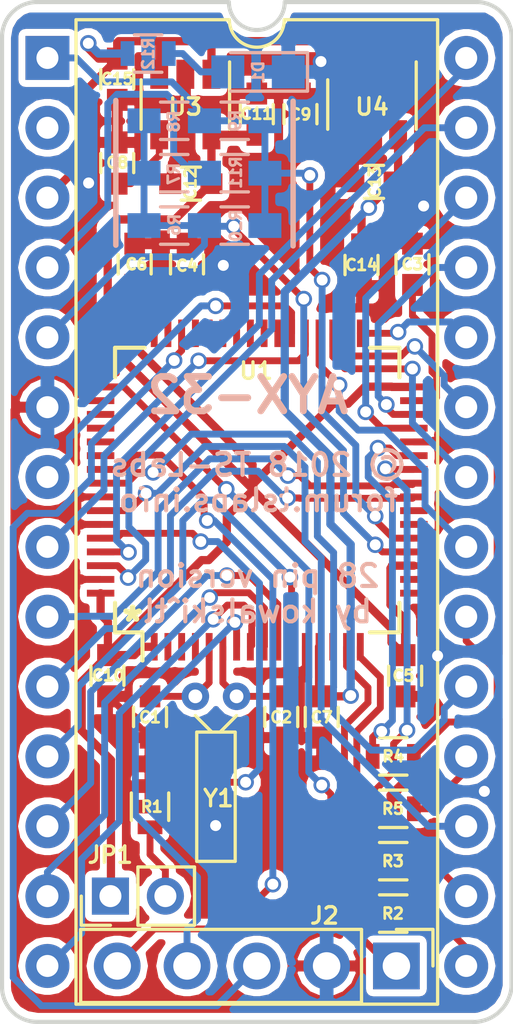
<source format=kicad_pcb>
(kicad_pcb (version 20171130) (host pcbnew 5.0.1-33cea8e~68~ubuntu16.04.1)
  (layers (0 F.Cu signal) (31 B.Cu signal) (34 B.Paste user) (35 F.Paste user) (36 B.SilkS user) (37 F.SilkS user) (38 B.Mask user) (39 F.Mask user) (44 Edge.Cuts user))
  (net 0 "")
  (net 1 VDD33)
  (net 2 VDDA33)
  (net 3 "Net-(C8-Pad1)")
  (net 4 GND)
  (net 5 "Net-(C9-Pad1)")
  (net 6 USART_RX)
  (net 7 USART_TX)
  (net 8 SWCLK)
  (net 9 SWDIO)
  (net 10 ~RES)
  (net 11 SWD)
  (net 12 AY_CLK)
  (net 13 "Net-(R2-Pad2)")
  (net 14 ~AY_RST)
  (net 15 "Net-(R3-Pad2)")
  (net 16 AY_BC1)
  (net 17 "Net-(R4-Pad2)")
  (net 18 AY_BDIR)
  (net 19 "Net-(R5-Pad2)")
  (net 20 IOA0)
  (net 21 IOA1)
  (net 22 IOA2)
  (net 23 IOA3)
  (net 24 A_CHA)
  (net 25 A_CHC)
  (net 26 IOA4)
  (net 27 IOA5)
  (net 28 Z80_D2)
  (net 29 Z80_D3)
  (net 30 Z80_D4)
  (net 31 Z80_D5)
  (net 32 Z80_D6)
  (net 33 Z80_D7)
  (net 34 IOA6)
  (net 35 IOA7)
  (net 36 AY_BC2)
  (net 37 AY_A8)
  (net 38 Z80_D0)
  (net 39 Z80_D1)
  (net 40 VDD5)
  (net 41 "Net-(C1-Pad2)")
  (net 42 "Net-(C2-Pad2)")
  (net 43 "Net-(C3-Pad2)")
  (net 44 "Net-(C4-Pad2)")
  (net 45 "Net-(JP1-Pad2)")
  (net 46 A_CHB)
  (net 47 "Net-(D1-Pad2)")
  (net 48 "Net-(U1-Pad2)")
  (net 49 "Net-(U1-Pad3)")
  (net 50 "Net-(U1-Pad4)")
  (net 51 "Net-(U1-Pad14)")
  (net 52 "Net-(U1-Pad17)")
  (net 53 "Net-(U1-Pad22)")
  (net 54 "Net-(U1-Pad23)")
  (net 55 "Net-(U1-Pad39)")
  (net 56 "Net-(U1-Pad40)")
  (net 57 "Net-(U1-Pad41)")
  (net 58 "Net-(U1-Pad44)")
  (net 59 "Net-(U1-Pad45)")
  (net 60 "Net-(U1-Pad50)")
  (net 61 "Net-(U1-Pad51)")
  (net 62 "Net-(U1-Pad52)")
  (net 63 "Net-(U1-Pad53)")
  (net 64 "Net-(U1-Pad54)")
  (net 65 "Net-(U2-Pad2)")
  (module Housings_DIP:DIP-28_W15.24mm (layer F.Cu) (at 140.335 86.36)
    (fp_text reference U2 hide)
    (fp_text value "AY-3-8912A Socket" hide)
    (pad 28 thru_hole oval (at 15.24 0) (size 1.6 1.6) (drill 0.8) (layers *.Cu *.Mask) (net 38 Z80_D0))
    (pad 14 thru_hole oval (at 0 33.02) (size 1.6 1.6) (drill 0.8) (layers *.Cu *.Mask) (net 20 IOA0))
    (pad 27 thru_hole oval (at 15.24 2.54) (size 1.6 1.6) (drill 0.8) (layers *.Cu *.Mask) (net 39 Z80_D1))
    (pad 13 thru_hole oval (at 0 30.48) (size 1.6 1.6) (drill 0.8) (layers *.Cu *.Mask) (net 21 IOA1))
    (pad 26 thru_hole oval (at 15.24 5.08) (size 1.6 1.6) (drill 0.8) (layers *.Cu *.Mask) (net 28 Z80_D2))
    (pad 12 thru_hole oval (at 0 27.94) (size 1.6 1.6) (drill 0.8) (layers *.Cu *.Mask) (net 22 IOA2))
    (pad 25 thru_hole oval (at 15.24 7.62) (size 1.6 1.6) (drill 0.8) (layers *.Cu *.Mask) (net 29 Z80_D3))
    (pad 11 thru_hole oval (at 0 25.4) (size 1.6 1.6) (drill 0.8) (layers *.Cu *.Mask) (net 23 IOA3))
    (pad 24 thru_hole oval (at 15.24 10.16) (size 1.6 1.6) (drill 0.8) (layers *.Cu *.Mask) (net 30 Z80_D4))
    (pad 10 thru_hole oval (at 0 22.86) (size 1.6 1.6) (drill 0.8) (layers *.Cu *.Mask) (net 26 IOA4))
    (pad 23 thru_hole oval (at 15.24 12.7) (size 1.6 1.6) (drill 0.8) (layers *.Cu *.Mask) (net 31 Z80_D5))
    (pad 9 thru_hole oval (at 0 20.32) (size 1.6 1.6) (drill 0.8) (layers *.Cu *.Mask) (net 27 IOA5))
    (pad 22 thru_hole oval (at 15.24 15.24) (size 1.6 1.6) (drill 0.8) (layers *.Cu *.Mask) (net 32 Z80_D6))
    (pad 8 thru_hole oval (at 0 17.78) (size 1.6 1.6) (drill 0.8) (layers *.Cu *.Mask) (net 34 IOA6))
    (pad 21 thru_hole oval (at 15.24 17.78) (size 1.6 1.6) (drill 0.8) (layers *.Cu *.Mask) (net 33 Z80_D7))
    (pad 7 thru_hole oval (at 0 15.24) (size 1.6 1.6) (drill 0.8) (layers *.Cu *.Mask) (net 35 IOA7))
    (pad 20 thru_hole oval (at 15.24 20.32) (size 1.6 1.6) (drill 0.8) (layers *.Cu *.Mask) (net 16 AY_BC1))
    (pad 6 thru_hole oval (at 0 12.7) (size 1.6 1.6) (drill 0.8) (layers *.Cu *.Mask) (net 4 GND))
    (pad 19 thru_hole oval (at 15.24 22.86) (size 1.6 1.6) (drill 0.8) (layers *.Cu *.Mask) (net 36 AY_BC2))
    (pad 5 thru_hole oval (at 0 10.16) (size 1.6 1.6) (drill 0.8) (layers *.Cu *.Mask) (net 24 A_CHA))
    (pad 18 thru_hole oval (at 15.24 25.4) (size 1.6 1.6) (drill 0.8) (layers *.Cu *.Mask) (net 18 AY_BDIR))
    (pad 4 thru_hole oval (at 0 7.62) (size 1.6 1.6) (drill 0.8) (layers *.Cu *.Mask) (net 46 A_CHB))
    (pad 17 thru_hole oval (at 15.24 27.94) (size 1.6 1.6) (drill 0.8) (layers *.Cu *.Mask) (net 37 AY_A8))
    (pad 3 thru_hole oval (at 0 5.08) (size 1.6 1.6) (drill 0.8) (layers *.Cu *.Mask) (net 40 VDD5))
    (pad 16 thru_hole oval (at 15.24 30.48) (size 1.6 1.6) (drill 0.8) (layers *.Cu *.Mask) (net 14 ~AY_RST))
    (pad 2 thru_hole oval (at 0 2.54) (size 1.6 1.6) (drill 0.8) (layers *.Cu *.Mask) (net 65 "Net-(U2-Pad2)"))
    (pad 15 thru_hole oval (at 15.24 33.02) (size 1.6 1.6) (drill 0.8) (layers *.Cu *.Mask) (net 12 AY_CLK))
    (pad 1 thru_hole rect (at 0 0) (size 1.6 1.6) (drill 0.8) (layers *.Cu *.Mask) (net 25 A_CHC))
  )
  (module Housings_QFP:LQFP-64_10x10mm_Pitch0.5mm (layer F.Cu) (at 147.97 102.0734 90)
    (fp_text reference U1 (at 4.3342 -0.0404 180) (layer F.SilkS) (effects (font (size 0.6 0.6) (thickness 0.12))))
    (fp_text value STM32F405RGTx)
    (pad 64 smd rect (at -3.75 -5.7 180) (size 1 0.25) (layers F.Cu F.Paste F.Mask) (net 1 VDD33))
    (pad 63 smd rect (at -3.25 -5.7 180) (size 1 0.25) (layers F.Cu F.Paste F.Mask) (net 4 GND))
    (pad 62 smd rect (at -2.75 -5.7 180) (size 1 0.25) (layers F.Cu F.Paste F.Mask) (net 39 Z80_D1))
    (pad 61 smd rect (at -2.25 -5.7 180) (size 1 0.25) (layers F.Cu F.Paste F.Mask) (net 38 Z80_D0))
    (pad 60 smd rect (at -1.75 -5.7 180) (size 1 0.25) (layers F.Cu F.Paste F.Mask) (net 45 "Net-(JP1-Pad2)"))
    (pad 59 smd rect (at -1.25 -5.7 180) (size 1 0.25) (layers F.Cu F.Paste F.Mask) (net 4 GND))
    (pad 58 smd rect (at -0.75 -5.7 180) (size 1 0.25) (layers F.Cu F.Paste F.Mask) (net 37 AY_A8))
    (pad 57 smd rect (at -0.25 -5.7 180) (size 1 0.25) (layers F.Cu F.Paste F.Mask) (net 4 GND))
    (pad 56 smd rect (at 0.25 -5.7 180) (size 1 0.25) (layers F.Cu F.Paste F.Mask) (net 36 AY_BC2))
    (pad 55 smd rect (at 0.75 -5.7 180) (size 1 0.25) (layers F.Cu F.Paste F.Mask) (net 11 SWD))
    (pad 54 smd rect (at 1.25 -5.7 180) (size 1 0.25) (layers F.Cu F.Paste F.Mask) (net 64 "Net-(U1-Pad54)"))
    (pad 53 smd rect (at 1.75 -5.7 180) (size 1 0.25) (layers F.Cu F.Paste F.Mask) (net 63 "Net-(U1-Pad53)"))
    (pad 52 smd rect (at 2.25 -5.7 180) (size 1 0.25) (layers F.Cu F.Paste F.Mask) (net 62 "Net-(U1-Pad52)"))
    (pad 51 smd rect (at 2.75 -5.7 180) (size 1 0.25) (layers F.Cu F.Paste F.Mask) (net 61 "Net-(U1-Pad51)"))
    (pad 50 smd rect (at 3.25 -5.7 180) (size 1 0.25) (layers F.Cu F.Paste F.Mask) (net 60 "Net-(U1-Pad50)"))
    (pad 49 smd rect (at 3.75 -5.7 180) (size 1 0.25) (layers F.Cu F.Paste F.Mask) (net 8 SWCLK))
    (pad 48 smd rect (at 5.7 -3.75 90) (size 1 0.25) (layers F.Cu F.Paste F.Mask) (net 1 VDD33))
    (pad 47 smd rect (at 5.7 -3.25 90) (size 1 0.25) (layers F.Cu F.Paste F.Mask) (net 44 "Net-(C4-Pad2)"))
    (pad 46 smd rect (at 5.7 -2.75 90) (size 1 0.25) (layers F.Cu F.Paste F.Mask) (net 9 SWDIO))
    (pad 45 smd rect (at 5.7 -2.25 90) (size 1 0.25) (layers F.Cu F.Paste F.Mask) (net 59 "Net-(U1-Pad45)"))
    (pad 44 smd rect (at 5.7 -1.75 90) (size 1 0.25) (layers F.Cu F.Paste F.Mask) (net 58 "Net-(U1-Pad44)"))
    (pad 43 smd rect (at 5.7 -1.25 90) (size 1 0.25) (layers F.Cu F.Paste F.Mask) (net 6 USART_RX))
    (pad 42 smd rect (at 5.7 -0.75 90) (size 1 0.25) (layers F.Cu F.Paste F.Mask) (net 7 USART_TX))
    (pad 41 smd rect (at 5.7 -0.25 90) (size 1 0.25) (layers F.Cu F.Paste F.Mask) (net 57 "Net-(U1-Pad41)"))
    (pad 40 smd rect (at 5.7 0.25 90) (size 1 0.25) (layers F.Cu F.Paste F.Mask) (net 56 "Net-(U1-Pad40)"))
    (pad 39 smd rect (at 5.7 0.75 90) (size 1 0.25) (layers F.Cu F.Paste F.Mask) (net 55 "Net-(U1-Pad39)"))
    (pad 38 smd rect (at 5.7 1.25 90) (size 1 0.25) (layers F.Cu F.Paste F.Mask) (net 35 IOA7))
    (pad 37 smd rect (at 5.7 1.75 90) (size 1 0.25) (layers F.Cu F.Paste F.Mask) (net 34 IOA6))
    (pad 36 smd rect (at 5.7 2.25 90) (size 1 0.25) (layers F.Cu F.Paste F.Mask) (net 33 Z80_D7))
    (pad 35 smd rect (at 5.7 2.75 90) (size 1 0.25) (layers F.Cu F.Paste F.Mask) (net 32 Z80_D6))
    (pad 34 smd rect (at 5.7 3.25 90) (size 1 0.25) (layers F.Cu F.Paste F.Mask) (net 31 Z80_D5))
    (pad 33 smd rect (at 5.7 3.75 90) (size 1 0.25) (layers F.Cu F.Paste F.Mask) (net 30 Z80_D4))
    (pad 32 smd rect (at 3.75 5.7 180) (size 1 0.25) (layers F.Cu F.Paste F.Mask) (net 1 VDD33))
    (pad 31 smd rect (at 3.25 5.7 180) (size 1 0.25) (layers F.Cu F.Paste F.Mask) (net 43 "Net-(C3-Pad2)"))
    (pad 30 smd rect (at 2.75 5.7 180) (size 1 0.25) (layers F.Cu F.Paste F.Mask) (net 29 Z80_D3))
    (pad 29 smd rect (at 2.25 5.7 180) (size 1 0.25) (layers F.Cu F.Paste F.Mask) (net 28 Z80_D2))
    (pad 28 smd rect (at 1.75 5.7 180) (size 1 0.25) (layers F.Cu F.Paste F.Mask) (net 4 GND))
    (pad 27 smd rect (at 1.25 5.7 180) (size 1 0.25) (layers F.Cu F.Paste F.Mask) (net 17 "Net-(R4-Pad2)"))
    (pad 26 smd rect (at 0.75 5.7 180) (size 1 0.25) (layers F.Cu F.Paste F.Mask) (net 19 "Net-(R5-Pad2)"))
    (pad 25 smd rect (at 0.25 5.7 180) (size 1 0.25) (layers F.Cu F.Paste F.Mask) (net 27 IOA5))
    (pad 24 smd rect (at -0.25 5.7 180) (size 1 0.25) (layers F.Cu F.Paste F.Mask) (net 26 IOA4))
    (pad 23 smd rect (at -0.75 5.7 180) (size 1 0.25) (layers F.Cu F.Paste F.Mask) (net 54 "Net-(U1-Pad23)"))
    (pad 22 smd rect (at -1.25 5.7 180) (size 1 0.25) (layers F.Cu F.Paste F.Mask) (net 53 "Net-(U1-Pad22)"))
    (pad 21 smd rect (at -1.75 5.7 180) (size 1 0.25) (layers F.Cu F.Paste F.Mask) (net 25 A_CHC))
    (pad 20 smd rect (at -2.25 5.7 180) (size 1 0.25) (layers F.Cu F.Paste F.Mask) (net 24 A_CHA))
    (pad 19 smd rect (at -2.75 5.7 180) (size 1 0.25) (layers F.Cu F.Paste F.Mask) (net 1 VDD33))
    (pad 18 smd rect (at -3.25 5.7 180) (size 1 0.25) (layers F.Cu F.Paste F.Mask) (net 4 GND))
    (pad 17 smd rect (at -3.75 5.7 180) (size 1 0.25) (layers F.Cu F.Paste F.Mask) (net 52 "Net-(U1-Pad17)"))
    (pad 16 smd rect (at -5.7 3.75 90) (size 1 0.25) (layers F.Cu F.Paste F.Mask) (net 15 "Net-(R3-Pad2)"))
    (pad 15 smd rect (at -5.7 3.25 90) (size 1 0.25) (layers F.Cu F.Paste F.Mask) (net 13 "Net-(R2-Pad2)"))
    (pad 14 smd rect (at -5.7 2.75 90) (size 1 0.25) (layers F.Cu F.Paste F.Mask) (net 51 "Net-(U1-Pad14)"))
    (pad 13 smd rect (at -5.7 2.25 90) (size 1 0.25) (layers F.Cu F.Paste F.Mask) (net 2 VDDA33))
    (pad 12 smd rect (at -5.7 1.75 90) (size 1 0.25) (layers F.Cu F.Paste F.Mask) (net 4 GND))
    (pad 11 smd rect (at -5.7 1.25 90) (size 1 0.25) (layers F.Cu F.Paste F.Mask) (net 23 IOA3))
    (pad 10 smd rect (at -5.7 0.75 90) (size 1 0.25) (layers F.Cu F.Paste F.Mask) (net 22 IOA2))
    (pad 9 smd rect (at -5.7 0.25 90) (size 1 0.25) (layers F.Cu F.Paste F.Mask) (net 21 IOA1))
    (pad 8 smd rect (at -5.7 -0.25 90) (size 1 0.25) (layers F.Cu F.Paste F.Mask) (net 20 IOA0))
    (pad 7 smd rect (at -5.7 -0.75 90) (size 1 0.25) (layers F.Cu F.Paste F.Mask) (net 10 ~RES))
    (pad 6 smd rect (at -5.7 -1.25 90) (size 1 0.25) (layers F.Cu F.Paste F.Mask) (net 42 "Net-(C2-Pad2)"))
    (pad 5 smd rect (at -5.7 -1.75 90) (size 1 0.25) (layers F.Cu F.Paste F.Mask) (net 41 "Net-(C1-Pad2)"))
    (pad 4 smd rect (at -5.7 -2.25 90) (size 1 0.25) (layers F.Cu F.Paste F.Mask) (net 50 "Net-(U1-Pad4)"))
    (pad 3 smd rect (at -5.7 -2.75 90) (size 1 0.25) (layers F.Cu F.Paste F.Mask) (net 49 "Net-(U1-Pad3)"))
    (pad 2 smd rect (at -5.7 -3.25 90) (size 1 0.25) (layers F.Cu F.Paste F.Mask) (net 48 "Net-(U1-Pad2)"))
    (pad 1 smd rect (at -5.7 -3.75 90) (size 1 0.25) (layers F.Cu F.Paste F.Mask) (net 1 VDD33))
  )
  (module Pin_Headers:Pin_Header_Straight_1x05_Pitch2.54mm (layer F.Cu) (at 153.035 119.38 270)
    (fp_text reference J2 (at -1.8288 2.6162) (layer F.SilkS) (effects (font (size 0.6 0.6) (thickness 0.12))))
    (fp_text value SWD)
    (pad 5 thru_hole oval (at 0 10.16 270) (size 1.7 1.7) (drill 1) (layers *.Cu *.Mask) (net 11 SWD))
    (pad 4 thru_hole oval (at 0 7.62 270) (size 1.7 1.7) (drill 1) (layers *.Cu *.Mask) (net 10 ~RES))
    (pad 3 thru_hole oval (at 0 5.08 270) (size 1.7 1.7) (drill 1) (layers *.Cu *.Mask) (net 9 SWDIO))
    (pad 2 thru_hole oval (at 0 2.54 270) (size 1.7 1.7) (drill 1) (layers *.Cu *.Mask) (net 4 GND))
    (pad 1 thru_hole rect (at 0 0 270) (size 1.7 1.7) (drill 1) (layers *.Cu *.Mask) (net 8 SWCLK))
  )
  (module TO_SOT_Packages_SMD:SOT-23-5 (layer F.Cu) (at 145.354 88.054 270)
    (fp_text reference U3 (at 0.084 0.0025) (layer F.SilkS) (effects (font (size 0.6 0.6) (thickness 0.12))))
    (fp_text value LP2985-3.3 hide)
    (pad 5 smd rect (at 1.1 -0.95 270) (size 1.06 0.65) (layers F.Cu F.Paste F.Mask) (net 1 VDD33))
    (pad 4 smd rect (at 1.1 0.95 270) (size 1.06 0.65) (layers F.Cu F.Paste F.Mask) (net 3 "Net-(C8-Pad1)"))
    (pad 3 smd rect (at -1.1 0.95 270) (size 1.06 0.65) (layers F.Cu F.Paste F.Mask) (net 40 VDD5))
    (pad 2 smd rect (at -1.1 0 270) (size 1.06 0.65) (layers F.Cu F.Paste F.Mask) (net 4 GND))
    (pad 1 smd rect (at -1.1 -0.95 270) (size 1.06 0.65) (layers F.Cu F.Paste F.Mask) (net 40 VDD5))
  )
  (module TO_SOT_Packages_SMD:SOT-23-5 (layer F.Cu) (at 152.146 88.054 270)
    (fp_text reference U4 (at 0.084 0) (layer F.SilkS) (effects (font (size 0.6 0.6) (thickness 0.12))))
    (fp_text value LP2985-3.3 hide)
    (pad 5 smd rect (at 1.1 -0.95 270) (size 1.06 0.65) (layers F.Cu F.Paste F.Mask) (net 2 VDDA33))
    (pad 4 smd rect (at 1.1 0.95 270) (size 1.06 0.65) (layers F.Cu F.Paste F.Mask) (net 5 "Net-(C9-Pad1)"))
    (pad 3 smd rect (at -1.1 0.95 270) (size 1.06 0.65) (layers F.Cu F.Paste F.Mask) (net 40 VDD5))
    (pad 2 smd rect (at -1.1 0 270) (size 1.06 0.65) (layers F.Cu F.Paste F.Mask) (net 4 GND))
    (pad 1 smd rect (at -1.1 -0.95 270) (size 1.06 0.65) (layers F.Cu F.Paste F.Mask) (net 40 VDD5))
  )
  (module Capacitors_SMD:C_0603 (layer F.Cu) (at 142.875 87.134 90)
    (fp_text reference C15 (at 0.012 0 180) (layer F.SilkS) (effects (font (size 0.4 0.4) (thickness 0.1))))
    (fp_text value 10u)
    (pad 1 smd rect (at -0.75 0 90) (size 0.8 0.75) (layers F.Cu F.Paste F.Mask) (net 4 GND))
    (pad 2 smd rect (at 0.75 0 90) (size 0.8 0.75) (layers F.Cu F.Paste F.Mask) (net 40 VDD5))
  )
  (module Capacitors_SMD:C_0603 (layer F.Cu) (at 144.0688 110.3256 90)
    (fp_text reference C1 (at -0.012 0 180) (layer F.SilkS) (effects (font (size 0.4 0.4) (thickness 0.1))))
    (fp_text value 10p)
    (pad 1 smd rect (at -0.75 0 90) (size 0.8 0.75) (layers F.Cu F.Paste F.Mask) (net 4 GND))
    (pad 2 smd rect (at 0.75 0 90) (size 0.8 0.75) (layers F.Cu F.Paste F.Mask) (net 41 "Net-(C1-Pad2)"))
  )
  (module Capacitors_SMD:C_0603 (layer F.Cu) (at 148.844 110.3256 90)
    (fp_text reference C2 (at -0.012 0 180) (layer F.SilkS) (effects (font (size 0.4 0.4) (thickness 0.1))))
    (fp_text value 10p)
    (pad 1 smd rect (at -0.75 0 90) (size 0.8 0.75) (layers F.Cu F.Paste F.Mask) (net 4 GND))
    (pad 2 smd rect (at 0.75 0 90) (size 0.8 0.75) (layers F.Cu F.Paste F.Mask) (net 42 "Net-(C2-Pad2)"))
  )
  (module Capacitors_SMD:C_0603 (layer F.Cu) (at 153.6192 93.865 270)
    (fp_text reference C3 (at 0 0) (layer F.SilkS) (effects (font (size 0.4 0.4) (thickness 0.1))))
    (fp_text value 2u2)
    (pad 1 smd rect (at -0.75 0 270) (size 0.8 0.75) (layers F.Cu F.Paste F.Mask) (net 4 GND))
    (pad 2 smd rect (at 0.75 0 270) (size 0.8 0.75) (layers F.Cu F.Paste F.Mask) (net 43 "Net-(C3-Pad2)"))
  )
  (module Capacitors_SMD:C_0603 (layer F.Cu) (at 145.415 93.865 270)
    (fp_text reference C4 (at 0.0515 0) (layer F.SilkS) (effects (font (size 0.4 0.4) (thickness 0.1))))
    (fp_text value 2u2)
    (pad 1 smd rect (at -0.75 0 270) (size 0.8 0.75) (layers F.Cu F.Paste F.Mask) (net 4 GND))
    (pad 2 smd rect (at 0.75 0 270) (size 0.8 0.75) (layers F.Cu F.Paste F.Mask) (net 44 "Net-(C4-Pad2)"))
  )
  (module Capacitors_SMD:C_0603 (layer F.Cu) (at 153.3525 108.827 270)
    (fp_text reference C5 (at -0.0007 0.0635) (layer F.SilkS) (effects (font (size 0.4 0.4) (thickness 0.1))))
    (fp_text value 10n)
    (pad 1 smd rect (at -0.75 0 270) (size 0.8 0.75) (layers F.Cu F.Paste F.Mask) (net 1 VDD33))
    (pad 2 smd rect (at 0.75 0 270) (size 0.8 0.75) (layers F.Cu F.Paste F.Mask) (net 4 GND))
  )
  (module Capacitors_SMD:C_0603 (layer F.Cu) (at 150.3172 110.3256 270)
    (fp_text reference C7 (at 0.012 0) (layer F.SilkS) (effects (font (size 0.4 0.4) (thickness 0.1))))
    (fp_text value 10n)
    (pad 1 smd rect (at -0.75 0 270) (size 0.8 0.75) (layers F.Cu F.Paste F.Mask) (net 2 VDDA33))
    (pad 2 smd rect (at 0.75 0 270) (size 0.8 0.75) (layers F.Cu F.Paste F.Mask) (net 4 GND))
  )
  (module Capacitors_SMD:C_0603 (layer F.Cu) (at 142.875 90.182 90)
    (fp_text reference C8 (at 0.012 0 180) (layer F.SilkS) (effects (font (size 0.4 0.4) (thickness 0.1))))
    (fp_text value 10n)
    (pad 1 smd rect (at -0.75 0 90) (size 0.8 0.75) (layers F.Cu F.Paste F.Mask) (net 3 "Net-(C8-Pad1)"))
    (pad 2 smd rect (at 0.75 0 90) (size 0.8 0.75) (layers F.Cu F.Paste F.Mask) (net 4 GND))
  )
  (module Capacitors_SMD:C_0603 (layer F.Cu) (at 149.5425 88.404 90)
    (fp_text reference C9 (at -0.012 0 180) (layer F.SilkS) (effects (font (size 0.4 0.4) (thickness 0.1))))
    (fp_text value 10n)
    (pad 1 smd rect (at -0.75 0 90) (size 0.8 0.75) (layers F.Cu F.Paste F.Mask) (net 5 "Net-(C9-Pad1)"))
    (pad 2 smd rect (at 0.75 0 90) (size 0.8 0.75) (layers F.Cu F.Paste F.Mask) (net 4 GND))
  )
  (module Resistors_SMD:R_0603 (layer F.Cu) (at 144.0688 113.5888 90)
    (fp_text reference R1 (at 0 0.0635 180) (layer F.SilkS) (effects (font (size 0.4 0.4) (thickness 0.1))))
    (fp_text value 4k7)
    (pad 2 smd rect (at 0.75 0 90) (size 0.5 0.9) (layers F.Cu F.Paste F.Mask) (net 4 GND))
    (pad 1 smd rect (at -0.75 0 90) (size 0.5 0.9) (layers F.Cu F.Paste F.Mask) (net 45 "Net-(JP1-Pad2)"))
  )
  (module Resistors_SMD:R_0603 (layer F.Cu) (at 152.92 117.475 180)
    (fp_text reference R2 (at 0.012 0 180) (layer F.SilkS) (effects (font (size 0.4 0.4) (thickness 0.1))))
    (fp_text value 510)
    (pad 2 smd rect (at 0.75 0 180) (size 0.5 0.9) (layers F.Cu F.Paste F.Mask) (net 13 "Net-(R2-Pad2)"))
    (pad 1 smd rect (at -0.75 0 180) (size 0.5 0.9) (layers F.Cu F.Paste F.Mask) (net 12 AY_CLK))
  )
  (module Resistors_SMD:R_0603 (layer F.Cu) (at 152.92 115.57 180)
    (fp_text reference R3 (at 0.012 0 180) (layer F.SilkS) (effects (font (size 0.4 0.4) (thickness 0.1))))
    (fp_text value 510)
    (pad 2 smd rect (at 0.75 0 180) (size 0.5 0.9) (layers F.Cu F.Paste F.Mask) (net 15 "Net-(R3-Pad2)"))
    (pad 1 smd rect (at -0.75 0 180) (size 0.5 0.9) (layers F.Cu F.Paste F.Mask) (net 14 ~AY_RST))
  )
  (module Resistors_SMD:R_0603 (layer F.Cu) (at 152.92 111.76 180)
    (fp_text reference R4 (at 0 0 180) (layer F.SilkS) (effects (font (size 0.4 0.4) (thickness 0.1))))
    (fp_text value 510)
    (pad 2 smd rect (at 0.75 0 180) (size 0.5 0.9) (layers F.Cu F.Paste F.Mask) (net 17 "Net-(R4-Pad2)"))
    (pad 1 smd rect (at -0.75 0 180) (size 0.5 0.9) (layers F.Cu F.Paste F.Mask) (net 16 AY_BC1))
  )
  (module Resistors_SMD:R_0603 (layer F.Cu) (at 152.92 113.665 180)
    (fp_text reference R5 (at 0.012 0 180) (layer F.SilkS) (effects (font (size 0.4 0.4) (thickness 0.1))))
    (fp_text value 510)
    (pad 2 smd rect (at 0.75 0 180) (size 0.5 0.9) (layers F.Cu F.Paste F.Mask) (net 19 "Net-(R5-Pad2)"))
    (pad 1 smd rect (at -0.75 0 180) (size 0.5 0.9) (layers F.Cu F.Paste F.Mask) (net 18 AY_BDIR))
  )
  (module Capacitors_SMD:C_0603 (layer F.Cu) (at 143.51 93.865 270)
    (fp_text reference C6 (at 0 -0.0635) (layer F.SilkS) (effects (font (size 0.4 0.4) (thickness 0.1))))
    (fp_text value u1)
    (pad 1 smd rect (at -0.75 0 270) (size 0.8 0.75) (layers F.Cu F.Paste F.Mask) (net 4 GND))
    (pad 2 smd rect (at 0.75 0 270) (size 0.8 0.75) (layers F.Cu F.Paste F.Mask) (net 1 VDD33))
  )
  (module Capacitors_SMD:C_0603 (layer F.Cu) (at 142.5194 108.8256 90)
    (fp_text reference C10 (at 0.012 0.0254 180) (layer F.SilkS) (effects (font (size 0.4 0.4) (thickness 0.1))))
    (fp_text value u1)
    (pad 1 smd rect (at -0.75 0 90) (size 0.8 0.75) (layers F.Cu F.Paste F.Mask) (net 4 GND))
    (pad 2 smd rect (at 0.75 0 90) (size 0.8 0.75) (layers F.Cu F.Paste F.Mask) (net 1 VDD33))
  )
  (module Capacitors_SMD:C_0603 (layer F.Cu) (at 147.955 88.404 270)
    (fp_text reference C11 (at -0.012 0) (layer F.SilkS) (effects (font (size 0.4 0.4) (thickness 0.1))))
    (fp_text value 10u)
    (pad 1 smd rect (at -0.75 0 270) (size 0.8 0.75) (layers F.Cu F.Paste F.Mask) (net 4 GND))
    (pad 2 smd rect (at 0.75 0 270) (size 0.8 0.75) (layers F.Cu F.Paste F.Mask) (net 1 VDD33))
  )
  (module Capacitors_SMD:C_0603 (layer F.Cu) (at 145.554 90.932)
    (fp_text reference C12 (at -0.012 0 90) (layer F.SilkS) (effects (font (size 0.4 0.4) (thickness 0.1))))
    (fp_text value u1)
    (pad 1 smd rect (at -0.75 0) (size 0.8 0.75) (layers F.Cu F.Paste F.Mask) (net 4 GND))
    (pad 2 smd rect (at 0.75 0) (size 0.8 0.75) (layers F.Cu F.Paste F.Mask) (net 1 VDD33))
  )
  (module Capacitors_SMD:C_0603 (layer F.Cu) (at 152.219 90.866)
    (fp_text reference C13 (at 0.0286 0.0152 90) (layer F.SilkS) (effects (font (size 0.4 0.4) (thickness 0.1))))
    (fp_text value u1)
    (pad 1 smd rect (at -0.75 0) (size 0.8 0.75) (layers F.Cu F.Paste F.Mask) (net 4 GND))
    (pad 2 smd rect (at 0.75 0) (size 0.8 0.75) (layers F.Cu F.Paste F.Mask) (net 2 VDDA33))
  )
  (module Capacitors_SMD:C_0603 (layer F.Cu) (at 151.765 93.8904 90)
    (fp_text reference C14 (at 0 0 180) (layer F.SilkS) (effects (font (size 0.4 0.4) (thickness 0.1))))
    (fp_text value 10u)
    (pad 1 smd rect (at -0.75 0 90) (size 0.8 0.75) (layers F.Cu F.Paste F.Mask) (net 4 GND))
    (pad 2 smd rect (at 0.75 0 90) (size 0.8 0.75) (layers F.Cu F.Paste F.Mask) (net 2 VDDA33))
  )
  (module Resistors_SMD:R_0603_HandSoldering (layer B.Cu) (at 144.95 92.456 180)
    (fp_text reference R6 (at -0.0078 0.0254 270) (layer B.SilkS) (effects (font (size 0.4 0.4) (thickness 0.1)) (justify mirror)))
    (fp_text value 0)
    (pad 2 smd rect (at 1.1 0 180) (size 1.2 0.9) (layers B.Cu B.Paste B.Mask) (net 24 A_CHA))
    (pad 1 smd rect (at -1.1 0 180) (size 1.2 0.9) (layers B.Cu B.Paste B.Mask) (net 24 A_CHA))
  )
  (module Resistors_SMD:R_0603_HandSoldering (layer B.Cu) (at 144.95 90.551 180)
    (fp_text reference R7 (at 0.0176 -0.0254 270) (layer B.SilkS) (effects (font (size 0.4 0.4) (thickness 0.1)) (justify mirror)))
    (fp_text value 0)
    (pad 2 smd rect (at 1.1 0 180) (size 1.2 0.9) (layers B.Cu B.Paste B.Mask) (net 24 A_CHA))
    (pad 1 smd rect (at -1.1 0 180) (size 1.2 0.9) (layers B.Cu B.Paste B.Mask) (net 46 A_CHB))
  )
  (module Resistors_SMD:R_0603_HandSoldering (layer B.Cu) (at 144.95 88.646 180)
    (fp_text reference R8 (at 0.0176 -0.0254 270) (layer B.SilkS) (effects (font (size 0.4 0.4) (thickness 0.1)) (justify mirror)))
    (fp_text value 0)
    (pad 2 smd rect (at 1.1 0 180) (size 1.2 0.9) (layers B.Cu B.Paste B.Mask) (net 24 A_CHA))
    (pad 1 smd rect (at -1.1 0 180) (size 1.2 0.9) (layers B.Cu B.Paste B.Mask) (net 25 A_CHC))
  )
  (module Resistors_SMD:R_0603_HandSoldering (layer B.Cu) (at 147.15 88.646)
    (fp_text reference R9 (at 0.0176 0 90) (layer B.SilkS) (effects (font (size 0.4 0.4) (thickness 0.1)) (justify mirror)))
    (fp_text value 0)
    (pad 2 smd rect (at 1.1 0) (size 1.2 0.9) (layers B.Cu B.Paste B.Mask) (net 25 A_CHC))
    (pad 1 smd rect (at -1.1 0) (size 1.2 0.9) (layers B.Cu B.Paste B.Mask) (net 25 A_CHC))
  )
  (module Resistors_SMD:R_0603_HandSoldering (layer B.Cu) (at 147.15 92.456)
    (fp_text reference R10 (at 0.043 0 90) (layer B.SilkS) (effects (font (size 0.4 0.4) (thickness 0.1)) (justify mirror)))
    (fp_text value 0)
    (pad 2 smd rect (at 1.1 0) (size 1.2 0.9) (layers B.Cu B.Paste B.Mask) (net 25 A_CHC))
    (pad 1 smd rect (at -1.1 0) (size 1.2 0.9) (layers B.Cu B.Paste B.Mask) (net 24 A_CHA))
  )
  (module Resistors_SMD:R_0603_HandSoldering (layer B.Cu) (at 147.15 90.551)
    (fp_text reference R11 (at 0.043 -0.0254 90) (layer B.SilkS) (effects (font (size 0.4 0.4) (thickness 0.1)) (justify mirror)))
    (fp_text value 0)
    (pad 2 smd rect (at 1.1 0) (size 1.2 0.9) (layers B.Cu B.Paste B.Mask) (net 25 A_CHC))
    (pad 1 smd rect (at -1.1 0) (size 1.2 0.9) (layers B.Cu B.Paste B.Mask) (net 46 A_CHB))
  )
  (module Pin_Headers:Pin_Header_Straight_1x02_Pitch2.00mm (layer F.Cu) (at 142.6276 116.84 90)
    (fp_text reference JP1 (at 1.4986 -0.0066) (layer F.SilkS) (effects (font (size 0.6 0.6) (thickness 0.12))))
    (fp_text value Jumper_NO_Small)
    (pad 2 thru_hole oval (at 0 2 90) (size 1.35 1.35) (drill 0.8) (layers *.Cu *.Mask) (net 45 "Net-(JP1-Pad2)"))
    (pad 1 thru_hole rect (at 0 0 90) (size 1.35 1.35) (drill 0.8) (layers *.Cu *.Mask) (net 1 VDD33))
  )
  (module LEDs:LED_0805 (layer B.Cu) (at 148 86.868 180)
    (fp_text reference D1 (at -0.0058 0 270) (layer B.SilkS) (effects (font (size 0.4 0.4) (thickness 0.1)) (justify mirror)))
    (fp_text value LED)
    (pad 1 smd rect (at -1.1 0) (size 1.2 1.2) (layers B.Cu B.Paste B.Mask) (net 4 GND))
    (pad 2 smd rect (at 1.1 0) (size 1.2 1.2) (layers B.Cu B.Paste B.Mask) (net 47 "Net-(D1-Pad2)"))
  )
  (module Resistors_SMD:R_0603 (layer B.Cu) (at 144 86.2)
    (fp_text reference R12 (at 0 0.0076 90) (layer B.SilkS) (effects (font (size 0.4 0.4) (thickness 0.1)) (justify mirror)))
    (fp_text value 330)
    (pad 2 smd rect (at 0.75 0) (size 0.5 0.9) (layers B.Cu B.Paste B.Mask) (net 47 "Net-(D1-Pad2)"))
    (pad 1 smd rect (at -0.75 0) (size 0.5 0.9) (layers B.Cu B.Paste B.Mask) (net 40 VDD5))
  )
  (module Crystals:Crystal_DS10_d1.0mm_l4.3mm_Horizontal (layer F.Cu) (at 145.7184 109.5756)
    (fp_text reference Y1 (at 0.8396 3.7084) (layer F.SilkS) (effects (font (size 0.6 0.6) (thickness 0.12))))
    (fp_text value 16MHz)
    (pad 2 thru_hole circle (at 1.5 0) (size 1 1) (drill 0.5) (layers *.Cu *.Mask) (net 42 "Net-(C2-Pad2)"))
    (pad 1 thru_hole circle (at 0 0) (size 1 1) (drill 0.5) (layers *.Cu *.Mask) (net 41 "Net-(C1-Pad2)"))
  )
  (gr_text * (at 143.4338 106.8832) (layer F.SilkS) (effects (font (size 1 1) (thickness 0.2))))
  (gr_line (start 149.2758 93.1926) (end 149.2758 87.9348) (layer B.SilkS) (width 0.2))
  (gr_text "28 pin version\nby kowalski^tl" (at 147.9804 105.8418) (layer B.SilkS) (effects (font (size 0.8 0.8)) (justify mirror)))
  (gr_text "© 2018 TS-Labs\nforum.tslabs.info" (at 148.0058 101.8032) (layer B.SilkS) (effects (font (size 0.8 0.8)) (justify mirror)))
  (gr_text AYX-32 (at 147.6248 98.6282) (layer B.SilkS) (effects (font (size 1.25 1.25) (thickness 0.25)) (justify mirror)))
  (gr_line (start 142.8242 93.1672) (end 142.8242 87.9094) (layer B.SilkS) (width 0.2))
  (gr_arc (start 147.955 84.328) (end 148.971 84.328) (angle 180) (layer Edge.Cuts) (width 0.15))
  (gr_line (start 146.939 84.328) (end 139.954 84.328) (layer Edge.Cuts) (width 0.15))
  (gr_arc (start 155.829 120.015) (end 157.226 120.142) (angle 84.80557109) (layer Edge.Cuts) (width 0.15))
  (gr_arc (start 139.954 120.142) (end 139.954 121.412) (angle 90) (layer Edge.Cuts) (width 0.15))
  (gr_arc (start 155.956 85.598) (end 155.956 84.328) (angle 90) (layer Edge.Cuts) (width 0.15))
  (gr_arc (start 139.954 85.598) (end 138.684 85.598) (angle 90) (layer Edge.Cuts) (width 0.15))
  (gr_line (start 138.684 120.142) (end 138.684 85.598) (layer Edge.Cuts) (width 0.15))
  (gr_line (start 155.829 121.412) (end 139.954 121.412) (layer Edge.Cuts) (width 0.15))
  (gr_line (start 157.226 85.598) (end 157.226 120.142) (layer Edge.Cuts) (width 0.15))
  (gr_line (start 148.971 84.328) (end 155.956 84.328) (layer Edge.Cuts) (width 0.15))
  (segment (start 147.828 102.123374) (end 147.828 102.067) (width 0.3) (layer F.Cu) (net 1))
  (segment (start 153.67 104.8234) (end 152.87 104.8234) (width 0.3) (layer F.Cu) (net 1))
  (segment (start 152.87 104.8234) (end 152.894999 104.848399) (width 0.3) (layer F.Cu) (net 1))
  (segment (start 152.894999 104.848399) (end 152.889999 104.848399) (width 0.3) (layer F.Cu) (net 1))
  (segment (start 152.889999 104.848399) (end 152.819999 104.918399) (width 0.3) (layer F.Cu) (net 1))
  (segment (start 152.819999 104.918399) (end 152.819999 106.246907) (width 0.3) (layer F.Cu) (net 1))
  (segment (start 152.819999 106.246907) (end 153.3525 106.779408) (width 0.3) (layer F.Cu) (net 1))
  (segment (start 153.3525 106.779408) (end 153.3525 107.377) (width 0.3) (layer F.Cu) (net 1))
  (segment (start 144.22 96.3734) (end 144.22 95.325) (width 0.3) (layer F.Cu) (net 1))
  (segment (start 144.22 95.325) (end 143.51 94.615) (width 0.3) (layer F.Cu) (net 1))
  (segment (start 144.22 107.7734) (end 143.795 107.7734) (width 0.3) (layer F.Cu) (net 1))
  (segment (start 143.795 107.7734) (end 143.4928 108.0756) (width 0.3) (layer F.Cu) (net 1))
  (segment (start 143.4928 108.0756) (end 142.5194 108.0756) (width 0.3) (layer F.Cu) (net 1))
  (segment (start 143.497802 94.627198) (end 143.51 94.615) (width 0.3) (layer F.Cu) (net 1))
  (segment (start 146.304 89.154) (end 147.955 89.154) (width 0.3) (layer F.Cu) (net 1))
  (segment (start 142.5194 108.0756) (end 142.536021 108.058979) (width 0.3) (layer F.Cu) (net 1))
  (segment (start 142.536021 108.058979) (end 142.536021 106.865081) (width 0.3) (layer F.Cu) (net 1))
  (segment (start 142.536021 106.865081) (end 142.27 106.59906) (width 0.3) (layer F.Cu) (net 1))
  (segment (start 142.27 106.59906) (end 142.27 105.8234) (width 0.3) (layer F.Cu) (net 1))
  (segment (start 146.304 90.932) (end 146.304 89.154) (width 0.3) (layer F.Cu) (net 1))
  (segment (start 153.3525 108.077) (end 153.3525 107.377) (width 0.3) (layer F.Cu) (net 1))
  (segment (start 147.817974 102.123374) (end 147.828 102.123374) (width 0.3) (layer F.Cu) (net 1))
  (segment (start 147.817974 102.077026) (end 147.828 102.067) (width 0.3) (layer F.Cu) (net 1))
  (segment (start 147.817974 102.123374) (end 147.817974 102.077026) (width 0.3) (layer F.Cu) (net 1))
  (segment (start 143.51 94.615) (end 143.51 96.858013) (width 0.3) (layer F.Cu) (net 1))
  (segment (start 147.799112 102.094486) (end 147.828 102.123374) (width 0.3) (layer F.Cu) (net 1))
  (segment (start 147.799112 101.147125) (end 147.799112 102.094486) (width 0.3) (layer F.Cu) (net 1))
  (segment (start 143.51 96.858013) (end 147.799112 101.147125) (width 0.3) (layer F.Cu) (net 1))
  (segment (start 147.828 102.067) (end 147.828 102.0826) (width 0.3) (layer F.Cu) (net 1))
  (segment (start 152.8572 107.1118) (end 152.8572 107.6198) (width 0.3) (layer F.Cu) (net 1))
  (segment (start 153.3144 108.077) (end 153.3525 108.077) (width 0.3) (layer F.Cu) (net 1))
  (segment (start 152.8572 107.6198) (end 153.3144 108.077) (width 0.3) (layer F.Cu) (net 1))
  (segment (start 147.828 102.0826) (end 152.8572 107.1118) (width 0.3) (layer F.Cu) (net 1))
  (segment (start 152.87 98.3234) (end 153.67 98.3234) (width 0.3) (layer F.Cu) (net 1))
  (segment (start 151.893586 98.314378) (end 152.860978 98.314378) (width 0.3) (layer F.Cu) (net 1))
  (segment (start 152.860978 98.314378) (end 152.87 98.3234) (width 0.3) (layer F.Cu) (net 1))
  (segment (start 147.828 101.842059) (end 150.73382 98.936239) (width 0.3) (layer F.Cu) (net 1))
  (segment (start 151.271725 98.936239) (end 151.893586 98.314378) (width 0.3) (layer F.Cu) (net 1))
  (segment (start 147.828 102.067) (end 147.828 101.842059) (width 0.3) (layer F.Cu) (net 1))
  (segment (start 150.73382 98.936239) (end 151.271725 98.936239) (width 0.3) (layer F.Cu) (net 1))
  (segment (start 142.5194 108.1006) (end 142.5194 108.0756) (width 0.3) (layer F.Cu) (net 1))
  (segment (start 141.5796 109.0404) (end 142.5194 108.1006) (width 0.3) (layer F.Cu) (net 1))
  (segment (start 142.6276 116.84) (end 142.6464 116.8212) (width 0.3) (layer F.Cu) (net 1))
  (segment (start 142.6464 116.8212) (end 142.6464 111.887) (width 0.3) (layer F.Cu) (net 1))
  (segment (start 142.6464 111.887) (end 141.5796 110.8202) (width 0.3) (layer F.Cu) (net 1))
  (segment (start 141.5796 110.8202) (end 141.5796 109.0404) (width 0.3) (layer F.Cu) (net 1))
  (segment (start 146.8628 103.0322) (end 147.828 102.067) (width 0.3) (layer F.Cu) (net 1))
  (segment (start 142.5194 108.0506) (end 145.9474 104.6226) (width 0.3) (layer F.Cu) (net 1))
  (segment (start 142.5194 108.0756) (end 142.5194 108.0506) (width 0.3) (layer F.Cu) (net 1))
  (segment (start 145.9474 104.6226) (end 146.201631 104.6226) (width 0.3) (layer F.Cu) (net 1))
  (segment (start 146.8628 103.961431) (end 146.8628 103.0322) (width 0.3) (layer F.Cu) (net 1))
  (segment (start 146.201631 104.6226) (end 146.8628 103.961431) (width 0.3) (layer F.Cu) (net 1))
  (segment (start 147.817974 102.054531) (end 147.817974 102.123374) (width 0.3) (layer F.Cu) (net 1))
  (segment (start 142.528217 96.764774) (end 147.817974 102.054531) (width 0.3) (layer F.Cu) (net 1))
  (segment (start 146.304 90.932) (end 146.279 90.932) (width 0.3) (layer F.Cu) (net 1))
  (segment (start 146.279 90.932) (end 144.977489 92.233511) (width 0.3) (layer F.Cu) (net 1))
  (segment (start 144.977489 92.233511) (end 142.832042 92.233511) (width 0.3) (layer F.Cu) (net 1))
  (segment (start 142.528217 92.537336) (end 142.528217 96.764774) (width 0.3) (layer F.Cu) (net 1))
  (segment (start 142.832042 92.233511) (end 142.528217 92.537336) (width 0.3) (layer F.Cu) (net 1))
  (segment (start 153.096 89.154) (end 153.096 90.739) (width 0.3) (layer F.Cu) (net 2))
  (segment (start 153.096 90.739) (end 152.969 90.866) (width 0.3) (layer F.Cu) (net 2))
  (segment (start 150.22 107.7734) (end 150.22 108.5734) (width 0.3) (layer F.Cu) (net 2))
  (segment (start 150.22 109.4784) (end 150.3172 109.5756) (width 0.3) (layer F.Cu) (net 2))
  (segment (start 150.22 107.7734) (end 150.22 109.4784) (width 0.3) (layer F.Cu) (net 2))
  (segment (start 152.969 90.866) (end 152.944 90.866) (width 0.3) (layer F.Cu) (net 2))
  (segment (start 152.031449 91.778551) (end 152.031449 91.803449) (width 0.3) (layer F.Cu) (net 2))
  (segment (start 152.944 90.866) (end 152.031449 91.778551) (width 0.3) (layer F.Cu) (net 2))
  (via (at 152.031449 91.803449) (size 0.6) (drill 0.4) (layers F.Cu B.Cu) (net 2))
  (segment (start 151.227928 109.581328) (end 151.259365 109.549891) (width 0.3) (layer F.Cu) (net 2))
  (segment (start 151.259365 109.549891) (end 151.370743 109.549891) (width 0.3) (layer F.Cu) (net 2))
  (segment (start 148.971624 94.863274) (end 148.971624 99.192116) (width 0.3) (layer B.Cu) (net 2))
  (segment (start 151.345034 109.5756) (end 151.370743 109.549891) (width 0.3) (layer F.Cu) (net 2))
  (segment (start 151.370743 109.125627) (end 151.370743 109.549891) (width 0.3) (layer B.Cu) (net 2))
  (segment (start 148.971624 99.192116) (end 150.633608 100.8541) (width 0.3) (layer B.Cu) (net 2))
  (segment (start 150.3172 109.5756) (end 151.345034 109.5756) (width 0.3) (layer F.Cu) (net 2))
  (segment (start 151.370743 104.050543) (end 151.370743 109.125627) (width 0.3) (layer B.Cu) (net 2))
  (via (at 151.370743 109.549891) (size 0.6) (drill 0.4) (layers F.Cu B.Cu) (net 2))
  (segment (start 150.633608 103.313408) (end 151.370743 104.050543) (width 0.3) (layer B.Cu) (net 2))
  (segment (start 150.633608 100.8541) (end 150.633608 103.313408) (width 0.3) (layer B.Cu) (net 2))
  (segment (start 152.031449 91.803449) (end 148.971624 94.863274) (width 0.3) (layer B.Cu) (net 2))
  (segment (start 151.765 92.069898) (end 152.031449 91.803449) (width 0.3) (layer F.Cu) (net 2))
  (segment (start 151.765 93.1404) (end 151.765 92.069898) (width 0.3) (layer F.Cu) (net 2))
  (segment (start 142.875 90.932) (end 143.371967 90.932) (width 0.25) (layer F.Cu) (net 3))
  (segment (start 144.404 89.934) (end 144.404 89.154) (width 0.25) (layer F.Cu) (net 3))
  (segment (start 143.371967 90.932) (end 144.369967 89.934) (width 0.25) (layer F.Cu) (net 3))
  (segment (start 144.369967 89.934) (end 144.404 89.934) (width 0.25) (layer F.Cu) (net 3))
  (segment (start 149.1 86.868) (end 149.91205 86.868) (width 0.25) (layer B.Cu) (net 4))
  (segment (start 149.91205 86.868) (end 150.289108 86.490942) (width 0.25) (layer B.Cu) (net 4))
  (via (at 150.289108 86.490942) (size 0.6) (drill 0.4) (layers F.Cu B.Cu) (net 4))
  (segment (start 145.351819 87.883905) (end 145.351819 89.759181) (width 0.25) (layer F.Cu) (net 4))
  (segment (start 145.351819 89.759181) (end 144.804 90.307) (width 0.25) (layer F.Cu) (net 4))
  (segment (start 144.804 90.307) (end 144.804 90.932) (width 0.25) (layer F.Cu) (net 4))
  (segment (start 149.5425 87.654) (end 150.1675 87.654) (width 0.25) (layer F.Cu) (net 4))
  (segment (start 150.1675 87.654) (end 150.396471 87.882971) (width 0.25) (layer F.Cu) (net 4))
  (segment (start 150.396471 87.882971) (end 152.126718 87.882971) (width 0.25) (layer F.Cu) (net 4))
  (segment (start 145.354 87.867449) (end 145.354 86.954) (width 0.25) (layer F.Cu) (net 4))
  (segment (start 145.351819 87.883905) (end 147.100095 87.883905) (width 0.25) (layer F.Cu) (net 4))
  (segment (start 147.100095 87.883905) (end 147.33 87.654) (width 0.25) (layer F.Cu) (net 4))
  (segment (start 147.33 87.654) (end 147.955 87.654) (width 0.25) (layer F.Cu) (net 4))
  (segment (start 142.875 87.884) (end 145.339048 87.884) (width 0.25) (layer F.Cu) (net 4))
  (segment (start 151.469 90.866) (end 151.469 90.241) (width 0.25) (layer F.Cu) (net 4))
  (segment (start 151.469 90.241) (end 152.146 89.564) (width 0.25) (layer F.Cu) (net 4))
  (segment (start 152.146 89.564) (end 152.146 87.734) (width 0.25) (layer F.Cu) (net 4))
  (segment (start 152.146 87.734) (end 152.146 86.954) (width 0.25) (layer F.Cu) (net 4))
  (segment (start 142.875 89.432) (end 142.875 87.884) (width 0.25) (layer F.Cu) (net 4))
  (segment (start 142.875 89.457) (end 142.875 89.432) (width 0.25) (layer F.Cu) (net 4))
  (segment (start 142.5688 109.5756) (end 144.0688 111.0756) (width 0.25) (layer F.Cu) (net 4))
  (segment (start 142.5194 109.5756) (end 142.5688 109.5756) (width 0.25) (layer F.Cu) (net 4))
  (via (at 141.8336 90.9066) (size 0.6) (drill 0.4) (layers F.Cu B.Cu) (net 4))
  (segment (start 141.52 103.3234) (end 142.27 103.3234) (width 0.25) (layer F.Cu) (net 4))
  (segment (start 149.72 108.675046) (end 149.72 107.7734) (width 0.25) (layer F.Cu) (net 4))
  (segment (start 149.5806 108.814446) (end 149.72 108.675046) (width 0.25) (layer F.Cu) (net 4))
  (segment (start 149.5806 111.0756) (end 149.5806 108.814446) (width 0.25) (layer F.Cu) (net 4))
  (segment (start 148.844 111.0756) (end 149.5806 111.0756) (width 0.25) (layer F.Cu) (net 4))
  (segment (start 150.3172 111.0756) (end 149.5806 111.0756) (width 0.25) (layer F.Cu) (net 4))
  (segment (start 154.42 100.3234) (end 153.67 100.3234) (width 0.25) (layer F.Cu) (net 4))
  (segment (start 155.963402 100.3234) (end 154.42 100.3234) (width 0.25) (layer F.Cu) (net 4))
  (segment (start 156.700001 101.059999) (end 155.963402 100.3234) (width 0.25) (layer F.Cu) (net 4))
  (segment (start 156.700001 104.680001) (end 156.700001 101.059999) (width 0.25) (layer F.Cu) (net 4))
  (segment (start 156.056602 105.3234) (end 156.700001 104.680001) (width 0.25) (layer F.Cu) (net 4))
  (segment (start 153.67 105.3234) (end 156.056602 105.3234) (width 0.25) (layer F.Cu) (net 4))
  (segment (start 142.27 102.3234) (end 141.559998 102.3234) (width 0.25) (layer F.Cu) (net 4))
  (segment (start 141.444999 102.438399) (end 141.559998 102.3234) (width 0.25) (layer F.Cu) (net 4))
  (segment (start 141.444999 103.248399) (end 141.444999 102.438399) (width 0.25) (layer F.Cu) (net 4))
  (segment (start 141.52 103.3234) (end 141.444999 103.248399) (width 0.25) (layer F.Cu) (net 4))
  (segment (start 139.334 105.3234) (end 141.0208 105.3234) (width 0.25) (layer F.Cu) (net 4))
  (segment (start 139.1158 105.1052) (end 139.334 105.3234) (width 0.25) (layer F.Cu) (net 4))
  (segment (start 139.1158 102.97799) (end 139.1158 105.1052) (width 0.25) (layer F.Cu) (net 4))
  (segment (start 139.1158 99.1616) (end 139.1158 102.91441) (width 0.25) (layer F.Cu) (net 4))
  (segment (start 139.2174 99.06) (end 139.1158 99.1616) (width 0.25) (layer F.Cu) (net 4))
  (segment (start 140.335 99.06) (end 139.2174 99.06) (width 0.25) (layer F.Cu) (net 4))
  (segment (start 139.12219 102.9208) (end 139.1158 102.91441) (width 0.25) (layer F.Cu) (net 4))
  (segment (start 141.444999 102.9208) (end 139.12219 102.9208) (width 0.25) (layer F.Cu) (net 4))
  (via (at 154.5336 108.1024) (size 0.6) (drill 0.4) (layers F.Cu B.Cu) (net 4))
  (via (at 156.2354 113.03) (size 0.6) (drill 0.4) (layers F.Cu B.Cu) (net 4))
  (segment (start 141.0208 105.3234) (end 142.27 105.3234) (width 0.25) (layer F.Cu) (net 4))
  (via (at 146.4564 114.2746) (size 0.6) (drill 0.4) (layers F.Cu B.Cu) (net 4))
  (via (at 146.7358 93.9038) (size 0.6) (drill 0.4) (layers F.Cu B.Cu) (net 4))
  (via (at 154.0256 91.7448) (size 0.6) (drill 0.4) (layers F.Cu B.Cu) (net 4))
  (segment (start 149.5425 89.154) (end 151.196 89.154) (width 0.25) (layer F.Cu) (net 5))
  (via (at 150.317198 112.8014) (size 0.6) (drill 0.4) (layers F.Cu B.Cu) (net 8))
  (segment (start 150.6474 113.131602) (end 150.317198 112.8014) (width 0.25) (layer F.Cu) (net 8))
  (segment (start 150.6474 117.237402) (end 150.6474 113.131602) (width 0.25) (layer F.Cu) (net 8))
  (segment (start 152.789998 119.38) (end 150.6474 117.237402) (width 0.25) (layer F.Cu) (net 8))
  (segment (start 153.035 119.38) (end 152.789998 119.38) (width 0.25) (layer F.Cu) (net 8))
  (segment (start 142.27 98.3234) (end 143.124841 98.3234) (width 0.25) (layer F.Cu) (net 8))
  (via (at 146.844816 102.043375) (size 0.6) (drill 0.4) (layers F.Cu B.Cu) (net 8))
  (segment (start 143.124841 98.3234) (end 146.544817 101.743376) (width 0.25) (layer F.Cu) (net 8))
  (segment (start 146.544817 101.743376) (end 146.844816 102.043375) (width 0.25) (layer F.Cu) (net 8))
  (segment (start 150.317198 112.8014) (end 149.845719 112.329921) (width 0.25) (layer B.Cu) (net 8))
  (segment (start 147.144815 102.343374) (end 146.844816 102.043375) (width 0.25) (layer B.Cu) (net 8))
  (segment (start 149.850001 108.872807) (end 149.850001 105.04856) (width 0.25) (layer B.Cu) (net 8))
  (segment (start 149.850001 105.04856) (end 147.144815 102.343374) (width 0.25) (layer B.Cu) (net 8))
  (segment (start 149.845719 108.877089) (end 149.850001 108.872807) (width 0.25) (layer B.Cu) (net 8))
  (segment (start 149.845719 112.329921) (end 149.845719 108.877089) (width 0.25) (layer B.Cu) (net 8))
  (via (at 144.94664 97.362973) (size 0.6) (drill 0.4) (layers F.Cu B.Cu) (net 9))
  (segment (start 145.22 96.3734) (end 145.22 96.999008) (width 0.25) (layer F.Cu) (net 9))
  (segment (start 144.94664 97.272368) (end 144.94664 97.362973) (width 0.25) (layer F.Cu) (net 9))
  (segment (start 145.22 96.999008) (end 144.94664 97.272368) (width 0.25) (layer F.Cu) (net 9))
  (segment (start 141.9352 100.374413) (end 144.646641 97.662972) (width 0.25) (layer B.Cu) (net 9))
  (segment (start 141.9352 101.664802) (end 141.9352 100.374413) (width 0.25) (layer B.Cu) (net 9))
  (segment (start 139.5992 102.9208) (end 140.679202 102.9208) (width 0.25) (layer B.Cu) (net 9))
  (segment (start 147.955 119.38) (end 146.5072 120.8278) (width 0.25) (layer B.Cu) (net 9))
  (segment (start 144.646641 97.662972) (end 144.94664 97.362973) (width 0.25) (layer B.Cu) (net 9))
  (segment (start 146.5072 120.8278) (end 140.117798 120.8278) (width 0.25) (layer B.Cu) (net 9))
  (segment (start 139.0904 103.4296) (end 139.5992 102.9208) (width 0.25) (layer B.Cu) (net 9))
  (segment (start 140.117798 120.8278) (end 139.0904 119.800402) (width 0.25) (layer B.Cu) (net 9))
  (segment (start 140.679202 102.9208) (end 141.9352 101.664802) (width 0.25) (layer B.Cu) (net 9))
  (segment (start 139.0904 119.800402) (end 139.0904 103.4296) (width 0.25) (layer B.Cu) (net 9))
  (via (at 147.157727 106.882748) (size 0.6) (drill 0.4) (layers F.Cu B.Cu) (net 10))
  (segment (start 147.22 107.7734) (end 147.22 106.945021) (width 0.25) (layer F.Cu) (net 10))
  (segment (start 147.22 106.945021) (end 147.157727 106.882748) (width 0.25) (layer F.Cu) (net 10))
  (segment (start 146.857728 107.182747) (end 147.157727 106.882748) (width 0.25) (layer B.Cu) (net 10))
  (segment (start 143.5354 110.505075) (end 146.857728 107.182747) (width 0.25) (layer B.Cu) (net 10))
  (segment (start 143.5354 113.8936) (end 143.5354 110.505075) (width 0.25) (layer B.Cu) (net 10))
  (segment (start 145.415 118.0592) (end 145.796 117.6782) (width 0.25) (layer B.Cu) (net 10))
  (segment (start 145.415 119.38) (end 145.415 118.0592) (width 0.25) (layer B.Cu) (net 10))
  (segment (start 145.796 117.6782) (end 145.796 116.1542) (width 0.25) (layer B.Cu) (net 10))
  (segment (start 145.796 116.1542) (end 143.5354 113.8936) (width 0.25) (layer B.Cu) (net 10))
  (segment (start 143.047444 101.3234) (end 143.56553 100.805314) (width 0.25) (layer F.Cu) (net 11))
  (segment (start 146.036304 102.644654) (end 146.036304 103.068918) (width 0.25) (layer F.Cu) (net 11))
  (segment (start 146.036304 102.364288) (end 146.036304 102.644654) (width 0.25) (layer F.Cu) (net 11))
  (segment (start 144.47733 100.805314) (end 146.036304 102.364288) (width 0.25) (layer F.Cu) (net 11))
  (segment (start 143.56553 100.805314) (end 144.47733 100.805314) (width 0.25) (layer F.Cu) (net 11))
  (segment (start 146.036304 103.068918) (end 146.14921 103.181824) (width 0.25) (layer F.Cu) (net 11))
  (via (at 146.14921 103.181824) (size 0.6) (drill 0.4) (layers F.Cu B.Cu) (net 11))
  (segment (start 142.27 101.3234) (end 143.047444 101.3234) (width 0.25) (layer F.Cu) (net 11))
  (segment (start 144.2212 118.0338) (end 146.9136 118.0338) (width 0.25) (layer F.Cu) (net 11))
  (segment (start 148.239201 116.708199) (end 148.5392 116.4082) (width 0.25) (layer F.Cu) (net 11))
  (segment (start 142.875 119.38) (end 144.2212 118.0338) (width 0.25) (layer F.Cu) (net 11))
  (segment (start 146.9136 118.0338) (end 148.239201 116.708199) (width 0.25) (layer F.Cu) (net 11))
  (via (at 148.5392 116.4082) (size 0.6) (drill 0.4) (layers F.Cu B.Cu) (net 11))
  (segment (start 148.5392 115.983936) (end 148.5392 116.4082) (width 0.25) (layer B.Cu) (net 11))
  (segment (start 148.5392 105.319005) (end 148.5392 115.983936) (width 0.25) (layer B.Cu) (net 11))
  (segment (start 146.402019 103.181824) (end 148.5392 105.319005) (width 0.25) (layer B.Cu) (net 11))
  (segment (start 146.14921 103.181824) (end 146.402019 103.181824) (width 0.25) (layer B.Cu) (net 11))
  (segment (start 155.575 118.7196) (end 155.575 119.38) (width 0.25) (layer F.Cu) (net 12))
  (segment (start 154.3304 117.475) (end 155.575 118.7196) (width 0.25) (layer F.Cu) (net 12))
  (segment (start 153.67 117.475) (end 154.3304 117.475) (width 0.25) (layer F.Cu) (net 12))
  (segment (start 151.22 108.474146) (end 151.22 107.7734) (width 0.25) (layer F.Cu) (net 13))
  (segment (start 152.000034 109.25418) (end 151.22 108.474146) (width 0.25) (layer F.Cu) (net 13))
  (segment (start 152.000034 109.804498) (end 152.000034 109.25418) (width 0.25) (layer F.Cu) (net 13))
  (segment (start 152.17 117.475) (end 151.6888 117.475) (width 0.25) (layer F.Cu) (net 13))
  (segment (start 151.144988 110.659544) (end 152.000034 109.804498) (width 0.25) (layer F.Cu) (net 13))
  (segment (start 151.6888 117.475) (end 151.144988 116.931188) (width 0.25) (layer F.Cu) (net 13))
  (segment (start 151.144988 116.931188) (end 151.144988 110.659544) (width 0.25) (layer F.Cu) (net 13))
  (segment (start 153.67 115.57) (end 154.305 115.57) (width 0.25) (layer F.Cu) (net 14))
  (segment (start 154.305 115.57) (end 155.575 116.84) (width 0.25) (layer F.Cu) (net 14))
  (segment (start 151.72 108.1484) (end 151.72 107.7734) (width 0.25) (layer F.Cu) (net 15))
  (segment (start 152.450045 108.878445) (end 151.72 108.1484) (width 0.25) (layer F.Cu) (net 15))
  (segment (start 152.450045 109.990898) (end 152.450045 108.878445) (width 0.25) (layer F.Cu) (net 15))
  (segment (start 152.17 115.57) (end 152.0444 115.57) (width 0.25) (layer F.Cu) (net 15))
  (segment (start 152.0444 115.57) (end 151.594999 115.120599) (width 0.25) (layer F.Cu) (net 15))
  (segment (start 151.594999 115.120599) (end 151.594999 110.845944) (width 0.25) (layer F.Cu) (net 15))
  (segment (start 151.594999 110.845944) (end 152.450045 109.990898) (width 0.25) (layer F.Cu) (net 15))
  (segment (start 153.67 111.76) (end 154.920171 110.509829) (width 0.25) (layer F.Cu) (net 16))
  (segment (start 154.920171 110.509829) (end 155.950173 110.509829) (width 0.25) (layer F.Cu) (net 16))
  (segment (start 155.950173 110.509829) (end 156.700001 109.760001) (width 0.25) (layer F.Cu) (net 16))
  (segment (start 156.700001 109.760001) (end 156.700001 108.679999) (width 0.25) (layer F.Cu) (net 16))
  (segment (start 156.700001 108.679999) (end 155.773024 107.753022) (width 0.25) (layer F.Cu) (net 16))
  (segment (start 155.773024 107.753022) (end 155.770245 107.753022) (width 0.25) (layer F.Cu) (net 16))
  (segment (start 155.770245 107.753022) (end 155.575 107.557777) (width 0.25) (layer F.Cu) (net 16))
  (segment (start 155.575 107.557777) (end 155.575 106.68) (width 0.25) (layer F.Cu) (net 16))
  (via (at 152.362369 100.545764) (size 0.6) (drill 0.4) (layers F.Cu B.Cu) (net 17))
  (segment (start 153.67 100.8234) (end 153.064269 100.8234) (width 0.25) (layer F.Cu) (net 17))
  (segment (start 152.786633 100.545764) (end 152.362369 100.545764) (width 0.25) (layer F.Cu) (net 17))
  (segment (start 153.064269 100.8234) (end 152.786633 100.545764) (width 0.25) (layer F.Cu) (net 17))
  (segment (start 152.008641 100.899492) (end 152.008641 101.598381) (width 0.25) (layer B.Cu) (net 17))
  (via (at 152.499451 110.850143) (size 0.6) (drill 0.4) (layers F.Cu B.Cu) (net 17))
  (segment (start 152.889789 102.479529) (end 152.889789 110.459805) (width 0.25) (layer B.Cu) (net 17))
  (segment (start 152.17 111.76) (end 152.17 111.06) (width 0.25) (layer F.Cu) (net 17))
  (segment (start 152.379857 110.850143) (end 152.499451 110.850143) (width 0.25) (layer F.Cu) (net 17))
  (segment (start 152.889789 110.459805) (end 152.79945 110.550144) (width 0.25) (layer B.Cu) (net 17))
  (segment (start 152.008641 101.598381) (end 152.889789 102.479529) (width 0.25) (layer B.Cu) (net 17))
  (segment (start 152.79945 110.550144) (end 152.499451 110.850143) (width 0.25) (layer B.Cu) (net 17))
  (segment (start 152.17 111.06) (end 152.379857 110.850143) (width 0.25) (layer F.Cu) (net 17))
  (segment (start 152.362369 100.545764) (end 152.008641 100.899492) (width 0.25) (layer B.Cu) (net 17))
  (segment (start 155.575 111.76) (end 154.94 111.76) (width 0.25) (layer F.Cu) (net 18))
  (segment (start 155.575 112.268) (end 155.575 111.76) (width 0.25) (layer F.Cu) (net 18))
  (segment (start 154.178 113.665) (end 155.575 112.268) (width 0.25) (layer F.Cu) (net 18))
  (segment (start 153.67 113.665) (end 154.178 113.665) (width 0.25) (layer F.Cu) (net 18))
  (via (at 153.423498 110.809994) (size 0.6) (drill 0.4) (layers F.Cu B.Cu) (net 19))
  (segment (start 153.423498 102.088234) (end 152.933642 101.598378) (width 0.25) (layer B.Cu) (net 19))
  (segment (start 152.658664 101.3234) (end 152.633643 101.298379) (width 0.25) (layer F.Cu) (net 19))
  (segment (start 153.67 101.3234) (end 152.658664 101.3234) (width 0.25) (layer F.Cu) (net 19))
  (segment (start 153.423498 110.809994) (end 153.423498 102.088234) (width 0.25) (layer B.Cu) (net 19))
  (segment (start 152.933642 101.598378) (end 152.633643 101.298379) (width 0.25) (layer B.Cu) (net 19))
  (via (at 152.633643 101.298379) (size 0.6) (drill 0.4) (layers F.Cu B.Cu) (net 19))
  (segment (start 153.123499 111.109993) (end 153.423498 110.809994) (width 0.25) (layer F.Cu) (net 19))
  (segment (start 152.17 113.665) (end 152.17 113.0822) (width 0.25) (layer F.Cu) (net 19))
  (segment (start 152.17 113.0822) (end 152.9334 112.3188) (width 0.25) (layer F.Cu) (net 19))
  (segment (start 152.9334 112.3188) (end 152.9334 111.300092) (width 0.25) (layer F.Cu) (net 19))
  (segment (start 152.9334 111.300092) (end 153.123499 111.109993) (width 0.25) (layer F.Cu) (net 19))
  (via (at 146.364996 106.773788) (size 0.6) (drill 0.4) (layers F.Cu B.Cu) (net 20))
  (segment (start 147.782737 106.561357) (end 147.479118 106.257738) (width 0.25) (layer F.Cu) (net 20))
  (segment (start 146.881046 106.257738) (end 146.664995 106.473789) (width 0.25) (layer F.Cu) (net 20))
  (segment (start 147.479118 106.257738) (end 146.881046 106.257738) (width 0.25) (layer F.Cu) (net 20))
  (segment (start 147.72 107.7734) (end 147.769999 107.723401) (width 0.25) (layer F.Cu) (net 20))
  (segment (start 146.664995 106.473789) (end 146.364996 106.773788) (width 0.25) (layer F.Cu) (net 20))
  (segment (start 147.769999 107.013399) (end 147.782737 107.000661) (width 0.25) (layer F.Cu) (net 20))
  (segment (start 147.769999 107.723401) (end 147.769999 107.013399) (width 0.25) (layer F.Cu) (net 20))
  (segment (start 147.782737 107.000661) (end 147.782737 106.561357) (width 0.25) (layer F.Cu) (net 20))
  (segment (start 142.9512 110.187584) (end 146.064997 107.073787) (width 0.25) (layer B.Cu) (net 20))
  (segment (start 142.9512 114.1222) (end 142.9512 110.187584) (width 0.25) (layer B.Cu) (net 20))
  (segment (start 140.335 119.38) (end 140.3858 119.38) (width 0.25) (layer B.Cu) (net 20))
  (segment (start 146.064997 107.073787) (end 146.364996 106.773788) (width 0.25) (layer B.Cu) (net 20))
  (segment (start 140.3858 119.38) (end 141.5796 118.1862) (width 0.25) (layer B.Cu) (net 20))
  (segment (start 141.5796 118.1862) (end 141.5796 115.4938) (width 0.25) (layer B.Cu) (net 20))
  (segment (start 141.5796 115.4938) (end 142.9512 114.1222) (width 0.25) (layer B.Cu) (net 20))
  (via (at 146.241545 105.983367) (size 0.6) (drill 0.4) (layers F.Cu B.Cu) (net 21))
  (segment (start 148.232748 107.760652) (end 148.232748 106.374958) (width 0.25) (layer F.Cu) (net 21))
  (segment (start 148.232748 106.374958) (end 147.665517 105.807727) (width 0.25) (layer F.Cu) (net 21))
  (segment (start 146.417185 105.807727) (end 146.241545 105.983367) (width 0.25) (layer F.Cu) (net 21))
  (segment (start 147.665517 105.807727) (end 146.417185 105.807727) (width 0.25) (layer F.Cu) (net 21))
  (segment (start 148.22 107.7734) (end 148.232748 107.760652) (width 0.25) (layer F.Cu) (net 21))
  (segment (start 140.335 116.84) (end 140.335 115.965002) (width 0.25) (layer B.Cu) (net 21))
  (segment (start 140.335 115.965002) (end 142.4178 113.882202) (width 0.25) (layer B.Cu) (net 21))
  (segment (start 145.941546 106.283366) (end 146.241545 105.983367) (width 0.25) (layer B.Cu) (net 21))
  (segment (start 142.4178 109.807112) (end 145.941546 106.283366) (width 0.25) (layer B.Cu) (net 21))
  (segment (start 142.4178 113.882202) (end 142.4178 109.807112) (width 0.25) (layer B.Cu) (net 21))
  (via (at 146.865235 105.182725) (size 0.6) (drill 0.4) (layers F.Cu B.Cu) (net 22))
  (segment (start 148.72 106.2258) (end 147.676925 105.182725) (width 0.25) (layer F.Cu) (net 22))
  (segment (start 147.676925 105.182725) (end 147.289499 105.182725) (width 0.25) (layer F.Cu) (net 22))
  (segment (start 148.72 107.7734) (end 148.72 106.2258) (width 0.25) (layer F.Cu) (net 22))
  (segment (start 147.289499 105.182725) (end 146.865235 105.182725) (width 0.25) (layer F.Cu) (net 22))
  (segment (start 141.6558 112.9792) (end 140.335 114.3) (width 0.25) (layer B.Cu) (net 22))
  (segment (start 146.137975 105.182725) (end 141.910011 109.410689) (width 0.25) (layer B.Cu) (net 22))
  (segment (start 146.865235 105.182725) (end 146.137975 105.182725) (width 0.25) (layer B.Cu) (net 22))
  (segment (start 141.910011 109.410689) (end 141.910011 112.724989) (width 0.25) (layer B.Cu) (net 22))
  (segment (start 141.910011 112.724989) (end 141.6558 112.9792) (width 0.25) (layer B.Cu) (net 22))
  (segment (start 149.22 107.7734) (end 149.22 105.302457) (width 0.25) (layer F.Cu) (net 23))
  (segment (start 149.22 105.302457) (end 149.159435 105.241892) (width 0.25) (layer F.Cu) (net 23))
  (via (at 149.159435 105.241892) (size 0.6) (drill 0.4) (layers F.Cu B.Cu) (net 23))
  (segment (start 146.355743 102.4382) (end 148.859436 104.941893) (width 0.25) (layer B.Cu) (net 23))
  (segment (start 146.008936 102.4382) (end 146.355743 102.4382) (width 0.25) (layer B.Cu) (net 23))
  (segment (start 145.2626 105.421691) (end 145.2626 103.184536) (width 0.25) (layer B.Cu) (net 23))
  (segment (start 145.2626 103.184536) (end 146.008936 102.4382) (width 0.25) (layer B.Cu) (net 23))
  (segment (start 141.460001 110.634999) (end 141.460001 109.224289) (width 0.25) (layer B.Cu) (net 23))
  (segment (start 148.859436 104.941893) (end 149.159435 105.241892) (width 0.25) (layer B.Cu) (net 23))
  (segment (start 140.335 111.76) (end 141.460001 110.634999) (width 0.25) (layer B.Cu) (net 23))
  (segment (start 141.460001 109.224289) (end 145.2626 105.421691) (width 0.25) (layer B.Cu) (net 23))
  (via (at 149.663585 95.126688) (size 0.6) (drill 0.4) (layers F.Cu B.Cu) (net 24))
  (segment (start 140.335 96.52) (end 143.264537 93.590463) (width 0.25) (layer B.Cu) (net 24))
  (segment (start 143.264537 93.590463) (end 145.615537 93.590463) (width 0.25) (layer B.Cu) (net 24))
  (segment (start 145.615537 93.590463) (end 146.05 93.156) (width 0.25) (layer B.Cu) (net 24))
  (segment (start 143.85 92.456) (end 146.05 92.456) (width 0.25) (layer B.Cu) (net 24))
  (segment (start 143.85 88.9) (end 143.85 92.456) (width 0.25) (layer B.Cu) (net 24))
  (segment (start 153.67 104.3234) (end 152.524379 104.3234) (width 0.25) (layer F.Cu) (net 24))
  (via (at 152.264779 104.0638) (size 0.6) (drill 0.4) (layers F.Cu B.Cu) (net 24))
  (segment (start 152.524379 104.3234) (end 152.264779 104.0638) (width 0.25) (layer F.Cu) (net 24))
  (segment (start 151.108619 102.90764) (end 151.96478 103.763801) (width 0.25) (layer B.Cu) (net 24))
  (segment (start 149.663585 95.126688) (end 149.663585 99.189539) (width 0.25) (layer B.Cu) (net 24))
  (segment (start 149.663585 99.189539) (end 151.108619 100.634573) (width 0.25) (layer B.Cu) (net 24))
  (segment (start 151.96478 103.763801) (end 152.264779 104.0638) (width 0.25) (layer B.Cu) (net 24))
  (segment (start 151.108619 100.634573) (end 151.108619 102.90764) (width 0.25) (layer B.Cu) (net 24))
  (segment (start 146.05 92.456) (end 146.05 93.156) (width 0.25) (layer B.Cu) (net 24))
  (via (at 147.1168 92.481402) (size 0.6) (drill 0.4) (layers F.Cu B.Cu) (net 24))
  (segment (start 149.663585 95.126688) (end 147.1168 92.579903) (width 0.25) (layer F.Cu) (net 24))
  (segment (start 147.1168 92.579903) (end 147.1168 92.481402) (width 0.25) (layer F.Cu) (net 24))
  (segment (start 146.075402 92.481402) (end 146.05 92.456) (width 0.25) (layer B.Cu) (net 24))
  (segment (start 147.1168 92.481402) (end 146.075402 92.481402) (width 0.25) (layer B.Cu) (net 24))
  (via (at 150.331444 94.434278) (size 0.6) (drill 0.4) (layers F.Cu B.Cu) (net 25))
  (segment (start 144.860539 87.231316) (end 142.256316 87.231316) (width 0.25) (layer B.Cu) (net 25))
  (segment (start 146.05 88.420777) (end 144.860539 87.231316) (width 0.25) (layer B.Cu) (net 25))
  (segment (start 146.05 88.9) (end 146.05 88.420777) (width 0.25) (layer B.Cu) (net 25))
  (segment (start 142.256316 87.231316) (end 141.385 86.36) (width 0.25) (layer B.Cu) (net 25))
  (segment (start 141.385 86.36) (end 140.335 86.36) (width 0.25) (layer B.Cu) (net 25))
  (segment (start 148.25 88.9) (end 148.25 92.456) (width 0.25) (layer B.Cu) (net 25))
  (segment (start 146.05 88.646) (end 148.25 88.646) (width 0.25) (layer B.Cu) (net 25))
  (segment (start 153.67 103.8234) (end 152.92 103.8234) (width 0.25) (layer F.Cu) (net 25))
  (segment (start 152.264779 103.168179) (end 152.264779 103.0224) (width 0.25) (layer F.Cu) (net 25))
  (via (at 152.264779 103.0224) (size 0.6) (drill 0.4) (layers F.Cu B.Cu) (net 25))
  (segment (start 152.92 103.8234) (end 152.264779 103.168179) (width 0.25) (layer F.Cu) (net 25))
  (via (at 149.8854 90.6272) (size 0.6) (drill 0.4) (layers F.Cu B.Cu) (net 25))
  (segment (start 149.8092 90.551) (end 149.8854 90.6272) (width 0.25) (layer B.Cu) (net 25))
  (segment (start 148.25 90.551) (end 149.8092 90.551) (width 0.25) (layer B.Cu) (net 25))
  (segment (start 151.55863 100.448173) (end 151.55863 102.316251) (width 0.25) (layer B.Cu) (net 25))
  (segment (start 150.331444 97.946581) (end 150.326835 97.95119) (width 0.25) (layer B.Cu) (net 25))
  (segment (start 150.326835 99.216378) (end 151.55863 100.448173) (width 0.25) (layer B.Cu) (net 25))
  (segment (start 151.96478 102.722401) (end 152.264779 103.0224) (width 0.25) (layer B.Cu) (net 25))
  (segment (start 151.55863 102.316251) (end 151.96478 102.722401) (width 0.25) (layer B.Cu) (net 25))
  (segment (start 150.331444 94.434278) (end 150.331444 97.946581) (width 0.25) (layer B.Cu) (net 25))
  (segment (start 150.326835 97.95119) (end 150.326835 99.216378) (width 0.25) (layer B.Cu) (net 25))
  (segment (start 149.8854 91.227198) (end 149.8854 90.6272) (width 0.25) (layer F.Cu) (net 25))
  (segment (start 149.8854 93.988234) (end 149.8854 91.227198) (width 0.25) (layer F.Cu) (net 25))
  (segment (start 150.331444 94.434278) (end 149.8854 93.988234) (width 0.25) (layer F.Cu) (net 25))
  (via (at 149.077694 102.360635) (size 0.6) (drill 0.4) (layers F.Cu B.Cu) (net 26))
  (segment (start 149.501958 102.360635) (end 149.077694 102.360635) (width 0.25) (layer F.Cu) (net 26))
  (segment (start 153.67 102.3234) (end 153.620001 102.373399) (width 0.25) (layer F.Cu) (net 26))
  (segment (start 153.620001 102.373399) (end 149.514722 102.373399) (width 0.25) (layer F.Cu) (net 26))
  (segment (start 149.514722 102.373399) (end 149.501958 102.360635) (width 0.25) (layer F.Cu) (net 26))
  (segment (start 149.077694 102.360635) (end 149.045835 102.360635) (width 0.25) (layer B.Cu) (net 26))
  (segment (start 142.93608 107.1118) (end 142.4432 107.1118) (width 0.25) (layer B.Cu) (net 26))
  (segment (start 144.812589 105.235291) (end 142.93608 107.1118) (width 0.25) (layer B.Cu) (net 26))
  (segment (start 146.421666 101.389059) (end 144.812589 102.998136) (width 0.25) (layer B.Cu) (net 26))
  (segment (start 144.812589 102.998136) (end 144.812589 105.235291) (width 0.25) (layer B.Cu) (net 26))
  (segment (start 147.999146 101.389059) (end 146.421666 101.389059) (width 0.25) (layer B.Cu) (net 26))
  (segment (start 148.970722 102.360635) (end 147.999146 101.389059) (width 0.25) (layer B.Cu) (net 26))
  (segment (start 149.077694 102.360635) (end 148.970722 102.360635) (width 0.25) (layer B.Cu) (net 26))
  (segment (start 142.4432 107.1118) (end 140.335 109.22) (width 0.25) (layer B.Cu) (net 26))
  (segment (start 149.891547 101.923388) (end 149.516646 101.548487) (width 0.25) (layer F.Cu) (net 27))
  (segment (start 152.909999 101.873399) (end 152.860009 101.923389) (width 0.25) (layer F.Cu) (net 27))
  (segment (start 149.516646 101.548487) (end 149.50784 101.548487) (width 0.25) (layer F.Cu) (net 27))
  (segment (start 152.860009 101.923389) (end 149.891547 101.923388) (width 0.25) (layer F.Cu) (net 27))
  (segment (start 149.50784 101.548487) (end 149.083576 101.548487) (width 0.25) (layer F.Cu) (net 27))
  (segment (start 153.620001 101.873399) (end 152.909999 101.873399) (width 0.25) (layer F.Cu) (net 27))
  (segment (start 153.67 101.8234) (end 153.620001 101.873399) (width 0.25) (layer F.Cu) (net 27))
  (via (at 149.083576 101.548487) (size 0.6) (drill 0.4) (layers F.Cu B.Cu) (net 27))
  (segment (start 144.362578 105.048891) (end 144.362578 102.811736) (width 0.25) (layer B.Cu) (net 27))
  (segment (start 141.46637 106.68) (end 141.484581 106.661789) (width 0.25) (layer B.Cu) (net 27))
  (segment (start 144.362578 102.811736) (end 146.235266 100.939048) (width 0.25) (layer B.Cu) (net 27))
  (segment (start 146.235266 100.939048) (end 148.474137 100.939048) (width 0.25) (layer B.Cu) (net 27))
  (segment (start 148.474137 100.939048) (end 148.783577 101.248488) (width 0.25) (layer B.Cu) (net 27))
  (segment (start 142.74968 106.661789) (end 144.362578 105.048891) (width 0.25) (layer B.Cu) (net 27))
  (segment (start 148.783577 101.248488) (end 149.083576 101.548487) (width 0.25) (layer B.Cu) (net 27))
  (segment (start 141.484581 106.661789) (end 142.74968 106.661789) (width 0.25) (layer B.Cu) (net 27))
  (segment (start 140.335 106.68) (end 141.46637 106.68) (width 0.25) (layer B.Cu) (net 27))
  (via (at 151.91612 99.231602) (size 0.6) (drill 0.4) (layers F.Cu B.Cu) (net 28))
  (segment (start 152.507918 99.8234) (end 152.216119 99.531601) (width 0.25) (layer F.Cu) (net 28))
  (segment (start 152.216119 99.531601) (end 151.91612 99.231602) (width 0.25) (layer F.Cu) (net 28))
  (segment (start 153.67 99.8234) (end 152.507918 99.8234) (width 0.25) (layer F.Cu) (net 28))
  (segment (start 151.9174 99.230322) (end 151.91612 99.231602) (width 0.25) (layer B.Cu) (net 28))
  (segment (start 155.575 91.44) (end 151.9174 95.0976) (width 0.25) (layer B.Cu) (net 28))
  (segment (start 151.9174 95.0976) (end 151.9174 99.230322) (width 0.25) (layer B.Cu) (net 28))
  (segment (start 153.67 99.3234) (end 152.92 99.3234) (width 0.25) (layer F.Cu) (net 29))
  (segment (start 152.92 99.3234) (end 152.670249 99.073649) (width 0.25) (layer F.Cu) (net 29))
  (via (at 152.670249 98.964567) (size 0.6) (drill 0.4) (layers F.Cu B.Cu) (net 29))
  (segment (start 152.670249 99.073649) (end 152.670249 98.964567) (width 0.25) (layer F.Cu) (net 29))
  (segment (start 154.44363 93.98) (end 155.575 93.98) (width 0.25) (layer B.Cu) (net 29))
  (segment (start 152.37025 96.05338) (end 154.44363 93.98) (width 0.25) (layer B.Cu) (net 29))
  (segment (start 152.670249 98.964567) (end 152.37025 98.664568) (width 0.25) (layer B.Cu) (net 29))
  (segment (start 152.37025 98.664568) (end 152.37025 96.05338) (width 0.25) (layer B.Cu) (net 29))
  (segment (start 153.054036 96.3734) (end 153.098576 96.32886) (width 0.25) (layer F.Cu) (net 30))
  (via (at 153.098576 96.32886) (size 0.6) (drill 0.4) (layers F.Cu B.Cu) (net 30))
  (segment (start 151.72 96.3734) (end 153.054036 96.3734) (width 0.25) (layer F.Cu) (net 30))
  (segment (start 153.398575 96.028861) (end 153.098576 96.32886) (width 0.25) (layer B.Cu) (net 30))
  (segment (start 153.466236 95.9612) (end 153.398575 96.028861) (width 0.25) (layer B.Cu) (net 30))
  (segment (start 155.0162 95.9612) (end 153.466236 95.9612) (width 0.25) (layer B.Cu) (net 30))
  (segment (start 155.575 96.52) (end 155.0162 95.9612) (width 0.25) (layer B.Cu) (net 30))
  (segment (start 154.775001 97.919811) (end 153.70539 96.8502) (width 0.25) (layer B.Cu) (net 31))
  (segment (start 153.549412 96.8502) (end 153.70539 96.8502) (width 0.25) (layer F.Cu) (net 31))
  (segment (start 155.575 99.06) (end 154.775001 98.260001) (width 0.25) (layer B.Cu) (net 31))
  (segment (start 153.201211 97.198401) (end 153.549412 96.8502) (width 0.25) (layer F.Cu) (net 31))
  (segment (start 151.334999 97.198401) (end 153.201211 97.198401) (width 0.25) (layer F.Cu) (net 31))
  (via (at 153.70539 96.8502) (size 0.6) (drill 0.4) (layers F.Cu B.Cu) (net 31))
  (segment (start 151.22 96.3734) (end 151.22 97.083402) (width 0.25) (layer F.Cu) (net 31))
  (segment (start 151.22 97.083402) (end 151.334999 97.198401) (width 0.25) (layer F.Cu) (net 31))
  (segment (start 154.775001 98.260001) (end 154.775001 97.919811) (width 0.25) (layer B.Cu) (net 31))
  (segment (start 155.575 101.6) (end 153.618343 99.643343) (width 0.25) (layer B.Cu) (net 32))
  (via (at 153.618343 97.669024) (size 0.6) (drill 0.4) (layers F.Cu B.Cu) (net 32))
  (segment (start 151.163187 97.663) (end 153.188055 97.663) (width 0.25) (layer F.Cu) (net 32))
  (segment (start 153.194079 97.669024) (end 153.618343 97.669024) (width 0.25) (layer F.Cu) (net 32))
  (segment (start 150.72 96.3734) (end 150.72 97.219813) (width 0.25) (layer F.Cu) (net 32))
  (segment (start 153.618343 98.093288) (end 153.618343 97.669024) (width 0.25) (layer B.Cu) (net 32))
  (segment (start 153.188055 97.663) (end 153.194079 97.669024) (width 0.25) (layer F.Cu) (net 32))
  (segment (start 150.72 97.219813) (end 151.163187 97.663) (width 0.25) (layer F.Cu) (net 32))
  (segment (start 153.618343 99.643343) (end 153.618343 98.093288) (width 0.25) (layer B.Cu) (net 32))
  (segment (start 150.22 97.519355) (end 150.651838 97.951193) (width 0.25) (layer F.Cu) (net 33))
  (via (at 150.951837 98.251192) (size 0.6) (drill 0.4) (layers F.Cu B.Cu) (net 33))
  (segment (start 154.0764 101.339266) (end 152.631923 99.894789) (width 0.25) (layer B.Cu) (net 33))
  (segment (start 150.22 96.3734) (end 150.22 97.519355) (width 0.25) (layer F.Cu) (net 33))
  (segment (start 150.651838 97.951193) (end 150.951837 98.251192) (width 0.25) (layer F.Cu) (net 33))
  (segment (start 155.575 104.14) (end 154.0764 102.6414) (width 0.25) (layer B.Cu) (net 33))
  (segment (start 154.0764 102.6414) (end 154.0764 101.339266) (width 0.25) (layer B.Cu) (net 33))
  (segment (start 150.951837 99.20497) (end 150.951837 98.675456) (width 0.25) (layer B.Cu) (net 33))
  (segment (start 150.951837 98.675456) (end 150.951837 98.251192) (width 0.25) (layer B.Cu) (net 33))
  (segment (start 151.641656 99.894789) (end 150.951837 99.20497) (width 0.25) (layer B.Cu) (net 33))
  (segment (start 152.631923 99.894789) (end 151.641656 99.894789) (width 0.25) (layer B.Cu) (net 33))
  (segment (start 149.72 96.3734) (end 149.72 97.1234) (width 0.25) (layer F.Cu) (net 34))
  (segment (start 149.469999 97.373401) (end 146.259554 97.373401) (width 0.25) (layer F.Cu) (net 34))
  (segment (start 146.259554 97.373401) (end 145.83529 97.373401) (width 0.25) (layer F.Cu) (net 34))
  (segment (start 149.72 97.1234) (end 149.469999 97.373401) (width 0.25) (layer F.Cu) (net 34))
  (via (at 145.83529 97.373401) (size 0.6) (drill 0.4) (layers F.Cu B.Cu) (net 34))
  (segment (start 142.3924 100.816291) (end 145.535291 97.6734) (width 0.25) (layer B.Cu) (net 34))
  (segment (start 142.3924 102.0826) (end 142.3924 100.816291) (width 0.25) (layer B.Cu) (net 34))
  (segment (start 145.535291 97.6734) (end 145.83529 97.373401) (width 0.25) (layer B.Cu) (net 34))
  (segment (start 140.335 104.14) (end 142.3924 102.0826) (width 0.25) (layer B.Cu) (net 34))
  (via (at 146.4564 95.377002) (size 0.6) (drill 0.4) (layers F.Cu B.Cu) (net 35))
  (segment (start 146.880664 95.377002) (end 146.4564 95.377002) (width 0.25) (layer F.Cu) (net 35))
  (segment (start 149.22 96.3734) (end 149.22 95.6234) (width 0.25) (layer F.Cu) (net 35))
  (segment (start 140.335 101.6) (end 141.134999 100.800001) (width 0.25) (layer B.Cu) (net 35))
  (segment (start 141.134999 100.800001) (end 141.134999 100.169089) (width 0.25) (layer B.Cu) (net 35))
  (segment (start 148.973602 95.377002) (end 146.880664 95.377002) (width 0.25) (layer F.Cu) (net 35))
  (segment (start 149.22 95.6234) (end 148.973602 95.377002) (width 0.25) (layer F.Cu) (net 35))
  (segment (start 146.032136 95.377002) (end 146.4564 95.377002) (width 0.25) (layer B.Cu) (net 35))
  (segment (start 145.927086 95.377002) (end 146.032136 95.377002) (width 0.25) (layer B.Cu) (net 35))
  (segment (start 141.134999 100.169089) (end 145.927086 95.377002) (width 0.25) (layer B.Cu) (net 35))
  (segment (start 143.755801 101.432835) (end 144.180065 101.432835) (width 0.25) (layer F.Cu) (net 36))
  (segment (start 143.232118 101.8234) (end 143.622683 101.432835) (width 0.25) (layer F.Cu) (net 36))
  (segment (start 142.27 101.8234) (end 143.232118 101.8234) (width 0.25) (layer F.Cu) (net 36))
  (via (at 144.180065 101.432835) (size 0.6) (drill 0.4) (layers F.Cu B.Cu) (net 36))
  (segment (start 143.622683 101.432835) (end 143.755801 101.432835) (width 0.25) (layer F.Cu) (net 36))
  (segment (start 155.575 109.22) (end 154.775001 110.019999) (width 0.25) (layer B.Cu) (net 36))
  (segment (start 145.573874 100.039026) (end 144.480064 101.132836) (width 0.25) (layer B.Cu) (net 36))
  (segment (start 150.158597 103.75503) (end 150.158597 101.050856) (width 0.25) (layer B.Cu) (net 36))
  (segment (start 150.745741 109.249889) (end 150.750023 109.245607) (width 0.25) (layer B.Cu) (net 36))
  (segment (start 153.67 111.5314) (end 152.116351 111.5314) (width 0.25) (layer B.Cu) (net 36))
  (segment (start 144.480064 101.132836) (end 144.180065 101.432835) (width 0.25) (layer B.Cu) (net 36))
  (segment (start 150.158597 101.050856) (end 149.146767 100.039026) (width 0.25) (layer B.Cu) (net 36))
  (segment (start 150.745741 110.16079) (end 150.745741 109.249889) (width 0.25) (layer B.Cu) (net 36))
  (segment (start 152.116351 111.5314) (end 150.745741 110.16079) (width 0.25) (layer B.Cu) (net 36))
  (segment (start 154.775001 110.426399) (end 153.67 111.5314) (width 0.25) (layer B.Cu) (net 36))
  (segment (start 149.146767 100.039026) (end 145.573874 100.039026) (width 0.25) (layer B.Cu) (net 36))
  (segment (start 150.750023 104.346456) (end 150.158597 103.75503) (width 0.25) (layer B.Cu) (net 36))
  (segment (start 150.750023 109.245607) (end 150.750023 104.346456) (width 0.25) (layer B.Cu) (net 36))
  (segment (start 154.775001 110.019999) (end 154.775001 110.426399) (width 0.25) (layer B.Cu) (net 36))
  (segment (start 143.292177 102.8234) (end 143.624612 102.490965) (width 0.25) (layer F.Cu) (net 37))
  (via (at 143.924611 102.190966) (size 0.6) (drill 0.4) (layers F.Cu B.Cu) (net 37))
  (segment (start 142.27 102.8234) (end 143.292177 102.8234) (width 0.25) (layer F.Cu) (net 37))
  (segment (start 143.624612 102.490965) (end 143.924611 102.190966) (width 0.25) (layer F.Cu) (net 37))
  (segment (start 155.575 114.3) (end 154.195584 114.3) (width 0.25) (layer B.Cu) (net 37))
  (segment (start 150.29573 109.063489) (end 150.300012 109.059207) (width 0.25) (layer B.Cu) (net 37))
  (segment (start 150.300012 104.532856) (end 149.708586 103.94143) (width 0.25) (layer B.Cu) (net 37))
  (segment (start 146.048866 100.489037) (end 144.346937 102.190966) (width 0.25) (layer B.Cu) (net 37))
  (segment (start 150.300012 109.059207) (end 150.300012 104.532856) (width 0.25) (layer B.Cu) (net 37))
  (segment (start 154.195584 114.3) (end 150.29573 110.400146) (width 0.25) (layer B.Cu) (net 37))
  (segment (start 149.708586 101.237256) (end 148.960367 100.489037) (width 0.25) (layer B.Cu) (net 37))
  (segment (start 149.708586 103.94143) (end 149.708586 101.237256) (width 0.25) (layer B.Cu) (net 37))
  (segment (start 148.960367 100.489037) (end 146.048866 100.489037) (width 0.25) (layer B.Cu) (net 37))
  (segment (start 150.29573 110.400146) (end 150.29573 109.063489) (width 0.25) (layer B.Cu) (net 37))
  (segment (start 144.346937 102.190966) (end 143.924611 102.190966) (width 0.25) (layer B.Cu) (net 37))
  (segment (start 142.27 104.3234) (end 143.272713 104.3234) (width 0.25) (layer F.Cu) (net 38))
  (segment (start 143.272713 104.3234) (end 143.287557 104.338244) (width 0.25) (layer F.Cu) (net 38))
  (via (at 143.287557 104.338244) (size 0.6) (drill 0.4) (layers F.Cu B.Cu) (net 38))
  (segment (start 142.8496 103.900287) (end 142.987558 104.038245) (width 0.25) (layer B.Cu) (net 38))
  (segment (start 142.987558 104.038245) (end 143.287557 104.338244) (width 0.25) (layer B.Cu) (net 38))
  (segment (start 142.8496 101.24299) (end 142.8496 103.900287) (width 0.25) (layer B.Cu) (net 38))
  (segment (start 155.575 86.36) (end 155.575 86.703587) (width 0.25) (layer B.Cu) (net 38))
  (segment (start 148.046602 94.231985) (end 148.046602 96.045988) (width 0.25) (layer B.Cu) (net 38))
  (segment (start 155.575 86.703587) (end 148.046602 94.231985) (width 0.25) (layer B.Cu) (net 38))
  (segment (start 148.046602 96.045988) (end 142.8496 101.24299) (width 0.25) (layer B.Cu) (net 38))
  (via (at 143.270012 105.257573) (size 0.6) (drill 0.4) (layers F.Cu B.Cu) (net 39))
  (segment (start 142.27 104.8234) (end 142.887398 104.8234) (width 0.25) (layer F.Cu) (net 39))
  (segment (start 142.887398 104.8234) (end 143.270012 105.206014) (width 0.25) (layer F.Cu) (net 39))
  (segment (start 143.270012 105.206014) (end 143.270012 105.257573) (width 0.25) (layer F.Cu) (net 39))
  (segment (start 143.912567 104.615018) (end 143.570011 104.957574) (width 0.25) (layer B.Cu) (net 39))
  (segment (start 155.575 88.9) (end 154.051 88.9) (width 0.25) (layer B.Cu) (net 39))
  (segment (start 148.496613 94.454387) (end 148.496613 96.232388) (width 0.25) (layer B.Cu) (net 39))
  (segment (start 143.570011 104.957574) (end 143.270012 105.257573) (width 0.25) (layer B.Cu) (net 39))
  (segment (start 154.051 88.9) (end 148.496613 94.454387) (width 0.25) (layer B.Cu) (net 39))
  (segment (start 148.496613 96.232388) (end 143.299611 101.42939) (width 0.25) (layer B.Cu) (net 39))
  (segment (start 143.299611 101.42939) (end 143.299611 103.415287) (width 0.25) (layer B.Cu) (net 39))
  (segment (start 143.299611 103.415287) (end 143.912567 104.028243) (width 0.25) (layer B.Cu) (net 39))
  (segment (start 143.912567 104.028243) (end 143.912567 104.615018) (width 0.25) (layer B.Cu) (net 39))
  (segment (start 140.335 91.44) (end 141.542235 90.232765) (width 0.3) (layer F.Cu) (net 40))
  (segment (start 141.542235 90.232765) (end 141.542235 87.741765) (width 0.3) (layer F.Cu) (net 40))
  (segment (start 141.542235 87.741765) (end 142.875 86.409) (width 0.3) (layer F.Cu) (net 40))
  (segment (start 142.122781 86.126999) (end 141.822782 85.827) (width 0.3) (layer B.Cu) (net 40))
  (segment (start 143.25 86.2) (end 142.195782 86.2) (width 0.3) (layer B.Cu) (net 40))
  (segment (start 142.875 86.384) (end 142.2 86.384) (width 0.3) (layer F.Cu) (net 40))
  (segment (start 142.195782 86.2) (end 142.122781 86.126999) (width 0.3) (layer B.Cu) (net 40))
  (segment (start 141.822782 86.006782) (end 141.822782 85.827) (width 0.3) (layer F.Cu) (net 40))
  (via (at 141.822782 85.827) (size 0.6) (drill 0.4) (layers F.Cu B.Cu) (net 40))
  (segment (start 142.2 86.384) (end 141.822782 86.006782) (width 0.3) (layer F.Cu) (net 40))
  (segment (start 151.1808 85.7504) (end 146.3294 85.7504) (width 0.3) (layer F.Cu) (net 40))
  (segment (start 152.7224 85.7504) (end 151.1808 85.7504) (width 0.3) (layer F.Cu) (net 40))
  (segment (start 151.1808 85.7504) (end 151.196 85.7656) (width 0.3) (layer F.Cu) (net 40))
  (segment (start 151.196 85.7656) (end 151.196 86.954) (width 0.3) (layer F.Cu) (net 40))
  (segment (start 146.3294 85.7504) (end 144.4244 85.7504) (width 0.3) (layer F.Cu) (net 40))
  (segment (start 146.3294 85.7504) (end 146.304 85.7758) (width 0.3) (layer F.Cu) (net 40))
  (segment (start 146.304 85.7758) (end 146.304 86.954) (width 0.3) (layer F.Cu) (net 40))
  (segment (start 144.4244 85.7504) (end 142.9258 85.7504) (width 0.3) (layer F.Cu) (net 40))
  (segment (start 144.4244 85.7504) (end 144.404 85.7708) (width 0.3) (layer F.Cu) (net 40))
  (segment (start 144.404 85.7708) (end 144.404 86.954) (width 0.3) (layer F.Cu) (net 40))
  (segment (start 153.096 86.954) (end 153.096 86.124) (width 0.3) (layer F.Cu) (net 40))
  (segment (start 153.096 86.124) (end 152.7224 85.7504) (width 0.3) (layer F.Cu) (net 40))
  (segment (start 142.9258 85.7504) (end 142.875 85.8012) (width 0.3) (layer F.Cu) (net 40))
  (segment (start 142.875 85.8012) (end 142.875 86.384) (width 0.3) (layer F.Cu) (net 40))
  (segment (start 145.7184 109.5756) (end 144.0688 109.5756) (width 0.25) (layer F.Cu) (net 41))
  (segment (start 146.22 107.7734) (end 146.22 109.074) (width 0.25) (layer F.Cu) (net 41))
  (segment (start 146.22 109.074) (end 145.7184 109.5756) (width 0.25) (layer F.Cu) (net 41))
  (segment (start 146.72 107.7734) (end 146.72 109.0772) (width 0.25) (layer F.Cu) (net 42))
  (segment (start 146.72 109.0772) (end 147.2184 109.5756) (width 0.25) (layer F.Cu) (net 42))
  (segment (start 148.844 109.5756) (end 147.2184 109.5756) (width 0.25) (layer F.Cu) (net 42))
  (segment (start 154.316067 98.773401) (end 154.266068 98.8234) (width 0.25) (layer F.Cu) (net 43))
  (segment (start 154.430001 98.773401) (end 154.316067 98.773401) (width 0.25) (layer F.Cu) (net 43))
  (segment (start 154.495001 98.708401) (end 154.430001 98.773401) (width 0.25) (layer F.Cu) (net 43))
  (segment (start 154.495001 97.938399) (end 154.495001 98.708401) (width 0.25) (layer F.Cu) (net 43))
  (segment (start 154.3304 97.773798) (end 154.495001 97.938399) (width 0.25) (layer F.Cu) (net 43))
  (segment (start 154.266068 98.8234) (end 153.67 98.8234) (width 0.25) (layer F.Cu) (net 43))
  (segment (start 153.6192 94.615) (end 153.6192 95.7326) (width 0.25) (layer F.Cu) (net 43))
  (segment (start 153.6192 95.7326) (end 154.3304 96.4438) (width 0.25) (layer F.Cu) (net 43))
  (segment (start 154.3304 96.4438) (end 154.3304 97.773798) (width 0.25) (layer F.Cu) (net 43))
  (segment (start 145.415 94.615) (end 144.72 95.31) (width 0.25) (layer F.Cu) (net 44))
  (segment (start 144.72 95.31) (end 144.72 96.3734) (width 0.25) (layer F.Cu) (net 44))
  (segment (start 142.858922 103.8234) (end 143.035432 103.64689) (width 0.25) (layer F.Cu) (net 45))
  (segment (start 143.035432 103.64689) (end 145.615341 103.64689) (width 0.25) (layer F.Cu) (net 45))
  (segment (start 142.27 103.8234) (end 142.858922 103.8234) (width 0.25) (layer F.Cu) (net 45))
  (segment (start 145.615341 103.64689) (end 145.91534 103.946889) (width 0.25) (layer F.Cu) (net 45))
  (via (at 145.91534 103.946889) (size 0.6) (drill 0.4) (layers F.Cu B.Cu) (net 45))
  (segment (start 144.0688 115.326606) (end 144.0688 114.3388) (width 0.25) (layer F.Cu) (net 45))
  (segment (start 144.6276 115.885406) (end 144.0688 115.326606) (width 0.25) (layer F.Cu) (net 45))
  (segment (start 144.6276 116.84) (end 144.6276 115.885406) (width 0.25) (layer F.Cu) (net 45))
  (segment (start 145.9078 112.6998) (end 147.124336 112.6998) (width 0.25) (layer F.Cu) (net 45))
  (segment (start 145.91534 103.946889) (end 146.530674 103.946889) (width 0.25) (layer B.Cu) (net 45))
  (segment (start 147.848599 112.399801) (end 147.5486 112.6998) (width 0.25) (layer B.Cu) (net 45))
  (segment (start 148.051799 105.468014) (end 148.051799 112.196601) (width 0.25) (layer B.Cu) (net 45))
  (via (at 147.5486 112.6998) (size 0.6) (drill 0.4) (layers F.Cu B.Cu) (net 45))
  (segment (start 146.530674 103.946889) (end 148.051799 105.468014) (width 0.25) (layer B.Cu) (net 45))
  (segment (start 147.124336 112.6998) (end 147.5486 112.6998) (width 0.25) (layer F.Cu) (net 45))
  (segment (start 144.0688 114.3388) (end 144.2688 114.3388) (width 0.25) (layer F.Cu) (net 45))
  (segment (start 144.2688 114.3388) (end 145.9078 112.6998) (width 0.25) (layer F.Cu) (net 45))
  (segment (start 148.051799 112.196601) (end 147.848599 112.399801) (width 0.25) (layer B.Cu) (net 45))
  (segment (start 144.674139 87.681327) (end 144.929332 87.93652) (width 0.25) (layer B.Cu) (net 46))
  (segment (start 144.929332 87.93652) (end 144.929332 89.834332) (width 0.25) (layer B.Cu) (net 46))
  (segment (start 144.929332 89.834332) (end 145.9 90.805) (width 0.25) (layer B.Cu) (net 46))
  (segment (start 145.9 90.805) (end 146.05 90.805) (width 0.25) (layer B.Cu) (net 46))
  (segment (start 140.335 93.98) (end 142.532528 91.782472) (width 0.25) (layer B.Cu) (net 46))
  (segment (start 142.869509 87.681327) (end 144.674139 87.681327) (width 0.25) (layer B.Cu) (net 46))
  (segment (start 142.532528 91.782472) (end 142.532528 88.018308) (width 0.25) (layer B.Cu) (net 46))
  (segment (start 142.532528 88.018308) (end 142.869509 87.681327) (width 0.25) (layer B.Cu) (net 46))
  (segment (start 145.255 86.2) (end 145.923 86.868) (width 0.25) (layer B.Cu) (net 47))
  (segment (start 145.923 86.868) (end 146.9 86.868) (width 0.25) (layer B.Cu) (net 47))
  (segment (start 144.75 86.2) (end 145.255 86.2) (width 0.25) (layer B.Cu) (net 47))
  (zone (net 4) (net_name GND) (layer B.Cu) (connect_pads (clearance 0.25)) (min_thickness 0.25) (fill yes (arc_segments 16) (thermal_gap 0.4) (thermal_bridge_width 0.5) (smoothing chamfer))
    (polygon (pts (xy 138.938 84.709) (xy 156.972 84.709) (xy 156.972 121.158) (xy 138.938 121.158)))
  )
  (zone (net 4) (net_name GND) (layer F.Cu) (connect_pads (clearance 0.25)) (min_thickness 0.25) (fill yes (arc_segments 16) (thermal_gap 0.25) (thermal_bridge_width 0.4) (smoothing chamfer))
    (polygon (pts (xy 138.938 84.709) (xy 156.972 84.709) (xy 156.972 121.158) (xy 138.938 121.158)))
  )
)
</source>
